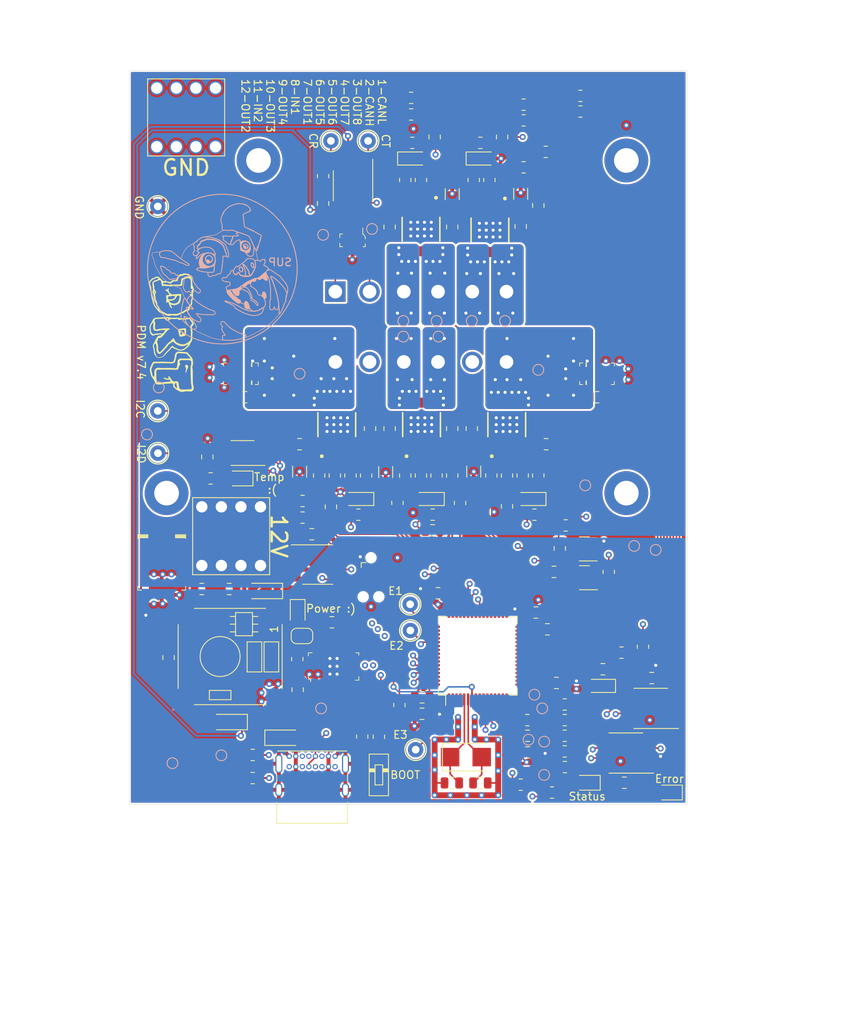
<source format=kicad_pcb>
(kicad_pcb (version 20240108) (generator "pcbnew") (generator_version "8.0")
  (title_block (date "2020-11-03") (rev "v3"))
  (layers (0 "F.Cu" signal) (1 "In1.Cu" signal) (2 "In2.Cu" signal) (31 "B.Cu" signal) (34 "B.Paste" user) (35 "F.Paste" user) (36 "B.SilkS" user "B.Silkscreen") (37 "F.SilkS" user "F.Silkscreen") (38 "B.Mask" user) (39 "F.Mask" user) (44 "Edge.Cuts" user))
  (net 0 "")
  (net 1 "GND")
  (net 2 "/HighCurrentDrivers/sheet5F5A40B9/IS")
  (net 3 "/HighCurrentDrivers/sheet5F5A40BA/IS")
  (net 4 "/MedCurrentDrivers/Sheet5F5A9674/IS")
  (net 5 "+12V")
  (net 6 "INPUT2")
  (net 7 "INPUT1")
  (net 8 "/MCU/SWO")
  (net 9 "/MCU/SWCLK")
  (net 10 "/MCU/SWDIO")
  (net 11 "/MCU/CAN_TX")
  (net 12 "/MCU/CAN_RX")
  (net 13 "PF_OUT7")
  (net 14 "PF_OUT8")
  (net 15 "PF_OUT1")
  (net 16 "PF_IS1")
  (net 17 "PF_OUT2")
  (net 18 "PF_IS2")
  (net 19 "PF_IS3_4")
  (net 20 "+3V3")
  (net 21 "CAN_H")
  (net 22 "CAN_L")
  (net 23 "PF_OUT6")
  (net 24 "PF_OUT5")
  (net 25 "PF_OUT4")
  (net 26 "PF_OUT3")
  (net 27 "PF_IN7")
  (net 28 "Net-(U10-GND)")
  (net 29 "PF_IN8")
  (net 30 "/MedCurrentDrivers/Sheet5F5A9675/IS")
  (net 31 "PF_IN1")
  (net 32 "PF_DEN1")
  (net 33 "PF_IN2")
  (net 34 "PF_DEN2")
  (net 35 "PF_IN3")
  (net 36 "PF_DEN3_4")
  (net 37 "PF_DSEL3_4")
  (net 38 "PF_IN4")
  (net 39 "PF_IN5")
  (net 40 "PF_IN6")
  (net 41 "Net-(U8-GND)")
  (net 42 "Net-(U9-GND)")
  (net 43 "Net-(U11-GND)")
  (net 44 "/MCU/NRST")
  (net 45 "+5V")
  (net 46 "/MCU/BATT_SENSE")
  (net 47 "Net-(D3-A)")
  (net 48 "I2C1_SCL")
  (net 49 "I2C1_SDA")
  (net 50 "IN_1")
  (net 51 "IN_2")
  (net 52 "Net-(D5-K)")
  (net 53 "Net-(D5-A)")
  (net 54 "Net-(D9-K)")
  (net 55 "Net-(D11-K)")
  (net 56 "Net-(D12-K)")
  (net 57 "Net-(U4-VDDA)")
  (net 58 "Net-(U4-BOOT0)")
  (net 59 "Net-(U7C--)")
  (net 60 "Net-(U8-IN)")
  (net 61 "Net-(U8-DEN)")
  (net 62 "Net-(U8-IS)")
  (net 63 "Net-(U9-IN)")
  (net 64 "Net-(U9-DEN)")
  (net 65 "Net-(U9-IS)")
  (net 66 "Net-(U11-IN0)")
  (net 67 "Net-(U11-DEN)")
  (net 68 "Net-(U11-DSEL)")
  (net 69 "Net-(U11-IN1)")
  (net 70 "Net-(U11-IS)")
  (net 71 "Net-(U13-GND)")
  (net 72 "/MedCurrentDrivers/Sheet5F5A9676/IS")
  (net 73 "Net-(D13-K)")
  (net 75 "Net-(D14-K)")
  (net 84 "Net-(U7B--)")
  (net 85 "Net-(SW1-B)")
  (net 86 "Net-(U7D--)")
  (net 87 "Net-(U10-IN0)")
  (net 88 "Net-(U10-DEN)")
  (net 89 "PF_DEN5_6")
  (net 90 "PF_DSEL5_6")
  (net 91 "Net-(U10-DSEL)")
  (net 92 "Net-(U10-IN1)")
  (net 93 "Net-(U10-IS)")
  (net 94 "PF_IS5_6")
  (net 95 "Net-(U13-IN0)")
  (net 96 "Net-(U13-DEN)")
  (net 97 "PF_DEN7_8")
  (net 98 "PF_DSEL7_8")
  (net 99 "Net-(U13-DSEL)")
  (net 100 "Net-(U13-IN1)")
  (net 101 "Net-(U13-IS)")
  (net 102 "PF_IS7_8")
  (net 103 "USB_D+")
  (net 104 "Net-(D15-A)")
  (net 105 "USB_VBUS")
  (net 106 "USB_D-")
  (net 113 "Net-(U4-PH0)")
  (net 114 "Net-(U4-PH1)")
  (net 115 "Net-(U4-VCAP_1)")
  (net 116 "Net-(U4-PC10)")
  (net 117 "Net-(U4-PC11)")
  (net 118 "Net-(U4-PC13)")
  (net 121 "Net-(D16-A)")
  (net 123 "Net-(JP1-B)")
  (net 127 "Net-(D18-A)")
  (net 129 "Net-(U12D--)")
  (net 130 "Net-(U12C--)")
  (net 131 "Net-(U4-PC0)")
  (net 132 "Net-(U4-PC1)")
  (net 133 "Net-(D17-A)")
  (net 135 "/MCU/CAN_STANDBY")
  (net 136 "Net-(J5-CC1)")
  (net 137 "Net-(J5-CC2)")
  (net 138 "Net-(D19-K)")
  (footprint "Resistor_SMD:R_0805_2012Metric" (layer "F.Cu") (at 11.176 19.304 -90)
    (property "Reference" "R14" (hide yes))
    (property "Value" "4.7K" (hide yes))
  )
  (footprint "Resistor_SMD:R_0805_2012Metric" (layer "F.Cu") (at 15.24 19.304 90)
    (property "Reference" "R17" (hide yes))
    (property "Value" "4.7K" (hide yes))
  )
  (footprint "Package_SO:SOIC-8_3.9x4.9mm_P1.27mm" (layer "F.Cu") (at -13.397 30.861)
    (property "Reference" "U5" (hide yes))
    (property "Value" "MB85RC256V" (hide yes))
  )
  (footprint "Crystals_Modify:Crystal_SMD_5032-2Pin_5.0x3.2mm_HandSoldering" (layer "F.Cu") (at 5.842 55.8546)
    (property "Reference" "Y1" (hide yes))
    (property "Value" "8mHz" (hide yes))
  )
  (footprint "Capacitor_SMD:C_0805_2012Metric" (layer "F.Cu") (at -22.86 9.144)
    (property "Reference" "C28" (hide yes))
    (property "Value" "10nF" (hide yes))
  )
  (footprint "Capacitor_SMD:C_0805_2012Metric" (layer "F.Cu") (at -11.684 23.368 -90)
    (property "Reference" "C29" (hide yes))
    (property "Value" "220pF" (hide yes))
  )
  (footprint "Capacitor_SMD:C_0805_2012Metric" (layer "F.Cu") (at -4.064 13.208 90)
    (property "Reference" "C30" (hide yes))
    (property "Value" "47nF" (hide yes))
  )
  (footprint "Capacitor_SMD:C_0805_2012Metric" (layer "F.Cu") (at 1.524 26.416 180)
    (property "Reference" "C32" (hide yes))
    (property "Value" "220pF" (hide yes))
  )
  (footprint "Capacitor_SMD:C_0805_2012Metric" (layer "F.Cu") (at 22.86 9.144 180)
    (property "Reference" "C24" (hide yes))
    (property "Value" "10nF" (hide yes))
  )
  (footprint "Capacitor_SMD:C_0805_2012Metric" (layer "F.Cu") (at 11.176 23.302 -90)
    (property "Reference" "C25" (hide yes))
    (property "Value" "220pF" (hide yes))
  )
  (footprint "Capacitor_SMD:C_0805_2012Metric" (layer "F.Cu") (at -15.748 15.24)
    (property "Reference" "C26" (hide yes))
    (property "Value" "47nF" (hide yes))
  )
  (footprint "Capacitor_SMD:C_0805_2012Metric" (layer "F.Cu") (at 17.272 31.811 180)
    (property "Reference" "C19" (hide yes))
    (property "Value" "10nF" (hide yes))
  )
  (footprint "RedCube:M6_Hole_8Pin_7461084" (layer "F.Cu") (at -24.638 27.178)
    (property "Reference" "J1" (hide yes))
    (property "Value" "RedCubeTerminal" (hide yes))
  )
  (footprint "Resistor_SMD:R_0805_2012Metric" (layer "F.Cu") (at 4.064 19.304 90)
    (property "Reference" "R28" (hide yes))
    (property "Value" "4.7K" (hide yes))
  )
  (footprint "Resistor_SMD:R_0805_2012Metric" (layer "F.Cu") (at 5.08 22.86 -90)
    (property "Reference" "R29" (hide yes))
    (property "Value" "4.7K" (hide yes))
  )
  (footprint "Resistor_SMD:R_0805_2012Metric" (layer "F.Cu") (at 0 19.304 -90)
    (property "Reference" "R30" (hide yes))
    (property "Value" "1.2K" (hide yes))
  )
  (footprint "Resistor_SMD:R_1206_3216Metric" (layer "F.Cu") (at -4.572 18.8575 90)
    (property "Reference" "R31" (hide yes))
    (property "Value" "47R 1/4W" (hide yes))
  )
  (footprint "Resistor_SMD:R_0805_2012Metric" (layer "F.Cu") (at 2.032 19.304 90)
    (property "Reference" "R32" (hide yes))
    (property "Value" "4.7K" (hide yes))
  )
  (footprint "Resistor_SMD:R_0805_2012Metric" (layer "F.Cu") (at 1.524 24.384)
    (property "Reference" "R33" (hide yes))
    (property "Value" "4.7K" (hide yes))
  )
  (footprint "Resistor_SMD:R_0805_2012Metric" (layer "F.Cu") (at 18.796 25.781)
    (property "Reference" "R9" (hide yes))
    (property "Value" "4.7K" (hide yes))
  )
  (footprint "Package_SO:TSSOP-14_4.4x5mm_P0.65mm" (layer "F.Cu") (at 29.845 49.53 180)
    (property "Reference" "U12" (hide yes))
    (property "Value" "LM324" (hide yes))
  )
  (footprint "Capacitor_SMD:C_0805_2012Metric" (layer "F.Cu") (at 14.9352 37.084)
    (property "Reference" "C11" (hide yes))
    (property "Value" "100nF" (hide yes))
  )
  (footprint "Package_SO:MSOP-8_3x3mm_P0.65mm" (layer "F.Cu") (at -23.1625 16.383 180)
    (property "Reference" "U6" (hide yes))
    (property "Value" "MCP9808" (hide yes))
  )
  (footprint "Capacitor_SMD:C_0805_2012Metric" (layer "F.Cu") (at 23.622 44.45 180)
    (property "Reference" "C1" (hide yes))
    (property "Value" "100nF" (hide yes))
  )
  (footprint "Diode_SMD:D_SOD-323_HandSoldering" (layer "F.Cu") (at 23.368 46.609 180)
    (property "Reference" "D1" (hide yes))
    (property "Value" "3.3V" (hide yes))
  )
  (footprint "Resistor_SMD:R_0805_2012Metric" (layer "F.Cu") (at 28.829 41.529 -90)
    (property "Reference" "R1" (hide yes))
    (property "Value" "47K" (hide yes))
  )
  (footprint "Resistor_SMD:R_0805_2012Metric" (layer "F.Cu") (at 26.035 42.291 180)
    (property "Reference" "R2" (hide yes))
    (property "Value" "4.7K" (hide yes))
  )
  (footprint "Capacitor_SMD:C_0805_2012Metric" (layer "F.Cu") (at -6.604 13.208 90)
    (property "Reference" "C27" (hide yes))
    (property "Value" "100nF" (hide yes))
  )
  (footprint "Capacitor_SMD:C_0805_2012Metric" (layer "F.Cu") (at 4.064 13.208 90)
    (property "Reference" "C31" (hide yes))
    (property "Value" "100nF" (hide yes))
  )
  (footprint "Profet:TDSO-14" (layer "F.Cu") (at 11.1448 12.7 90)
    (property "Reference" "U8" (hide yes))
    (property "Value" "BTS700n-1EPP" (hide yes))
  )
  (footprint "Capacitor_SMD:C_0805_2012Metric" (layer "F.Cu") (at 6.604 13.208 90)
    (property "Reference" "C22" (hide yes))
    (property "Value" "47nF" (hide yes))
  )
  (footprint "Capacitor_SMD:C_0805_2012Metric" (layer "F.Cu") (at 16.256 15.24 180)
    (property "Reference" "C23" (hide yes))
    (property "Value" "100nF" (hide yes))
  )
  (footprint "Resistor_SMD:R_0805_2012Metric" (layer "F.Cu") (at -9.144 19.304 -90)
    (property "Reference" "R21" (hide yes))
    (property "Value" "1.2K" (hide yes))
  )
  (footprint "MountingHole:MountingHole_3.2mm_M3_ISO7380_Pad" (layer "F.Cu") (at -33.02 21.59)
    (property "Reference" "H1" (hide yes))
    (property "Value" "M3")
  )
  (footprint "Resistor_SMD:R_0805_2012Metric" (layer "F.Cu") (at 13.8195 51.054 180)
    (property "Reference" "FB1" (hide yes))
    (property "Value" "Ferrite_Bead_Small" (hide yes))
  )
  (footprint "Capacitor_SMD:C_0805_2012Metric" (layer "F.Cu") (at -12.7 -16.002 90)
    (property "Reference" "C9" (hide yes))
    (property "Value" "100nF" (hide yes))
  )
  (footprint "MountingHole:MountingHole_3.2mm_M3_ISO7380_Pad" (layer "F.Cu") (at -21.082 -21.59)
    (property "Reference" "H3" (hide yes))
    (property "Value" "M3")
  )
  (footprint "Resistor_SMD:R_0805_2012Metric" (layer "F.Cu") (at 24.384 31.811 90)
    (property "Reference" "R10" (hide yes))
    (property "Value" "4.7K" (hide yes))
  )
  (footprint "Package_QFP:LQFP-64_10x10mm_P0.5mm" (layer "F.Cu") (at 7.378 42.6866 90)
    (property "Reference" "U4" (hide yes))
    (property "Value" "STM32F446RETx" (hide yes))
  )
  (footprint "Profet:TDSO-14" (layer "F.Cu") (at 0.082 12.7 90)
    (property "Reference" "U11" (hide yes))
    (property "Value" "BTS7008-2EPA" (hide yes))
  )
  (footprint "Capacitor_SMD:C_0805_2012Metric" (layer "F.Cu") (at 18.034 28.763 -90)
    (property "Reference" "C20" (hide yes))
    (property "Value" "10nF" (hide yes))
  )
  (footprint "Resistor_SMD:R_0805_2012Metric" (layer "F.Cu") (at 14.732 24.384)
    (property "Reference" "R18" (hide yes))
    (property "Value" "4.7K" (hide yes))
  )
  (footprint "TestPoint:TestPoint_Keystone_5000-5004_Miniature" (layer "F.Cu") (at -34.163 -15.621)
    (property "Reference" "TP1" (hide yes))
    (property "Value" "GND" (hide yes))
  )
  (footprint "Capacitor_SMD:C_0805_2012Metric" (layer "F.Cu") (at 13.843 55.245 180)
    (property "Reference" "C16" (hide yes))
    (property "Value" "1uF" (hide yes))
  )
  (footprint "Deutsch_DT:DT15-12PA" (layer "F.Cu") (at 0 0 -90)
    (property "Reference" "J3" (hide yes))
    (property "Value" "Conn_01x12" (hide yes))
  )
  (footprint "CUI_Regulators:VXO78x-500-M" (layer "F.Cu") (at -24.765 42.799 -90)
    (property "Reference" "U1" (hide yes))
    (property "Value" "VXO780x-500-M" (hide yes))
  )
  (footprint "Package_SO:SOIC-8_3.9x4.9mm_P1.27mm" (layer "F.Cu") (at -8.8138 -18.3022 -90)
    (property "Reference" "U3" (hide yes))
    (property "Value" "PCA82C250" (hide yes))
  )
  (footprint "Resistor_SMD:R_0805_2012Metric" (layer "F.Cu") (at -11.176 19.304 -90)
    (property "Reference" "R20" (hide yes))
    (property "Value" "4.7K" (hide yes))
  )
  (footprint "Capacitor_SMD:C_0805_2012Metric" (layer "F.Cu") (at -28.448 34.036)
    (property "Reference" "C2" (hide yes))
    (property "Value" "100nF" (hide yes))
  )
  (footprint "Capacitor_SMD:C_0805_2012Metric" (layer "F.Cu") (at -24.892 34.036 180)
    (property "Reference" "C3" (hide yes))
    (property "Value" "10uF" (hide yes))
  )
  (footprint "Capacitor_SMD:C_0805_2012Metric" (layer "F.Cu") (at -32.766 42.926 90)
    (property "Reference" "C4" (hide yes))
    (property "Value" "22uF" (hide yes))
  )
  (footprint "Capacitor_SMD:C_0805_2012Metric" (layer "F.Cu") (at -16.002 47.117 90)
    (property "Reference" "C5" (hide yes))
    (property "Value" "100nF" (hide yes))
  )
  (footprint "Capacitor_SMD:C_0805_2012Metric" (layer "F.Cu") (at -11.557 38.354 180)
    (property "Reference" "C6" (hide yes))
    (property "Value" "10uF" (hide yes))
  )
  (footprint "Capacitor_SMD:C_0805_2012Metric" (layer "F.Cu") (at 4.0132 59.2074 180)
    (property "Reference" "C7" (hide yes))
    (property "Value" "27pF" (hide yes))
  )
  (footprint "Capacitor_SMD:C_0805_2012Metric" (layer "F.Cu") (at 7.7216 59.2074)
    (property "Reference" "C8" (hide yes))
    (property "Value" "27pF" (hide yes))
  )
  (footprint "LED_SMD:LED_0805_2012Metric" (layer "F.Cu") (at -16.002 37.084 -90)
    (property "Reference" "D3" (hide yes))
    (property "Value" "GRN" (hide yes))
  )
  (footprint "digikey-footprints:SOT-23-3" (layer "F.Cu") (at -8.8748 -11.2212 -90)
    (property "Reference" "D4" (hide yes))
    (property "Value" "NUP2105LT1G" (hide yes))
  )
  (footprint "LED_SMD:LED_0805_2012Metric" (layer "F.Cu") (at -23.495 19.685 180)
    (property "Reference" "D5" (hide yes))
    (property "Value" "RED" (hide yes))
  )
  (footprint "Package_TO_SOT_SMD:SOT-23" (layer "F.Cu") (at 21.2344 32.573 180)
    (property "Reference" "D6" (hide yes))
    (property "Value" "BAT54S" (hide yes))
  )
  (footprint "Package_TO_SOT_SMD:SOT-23" (layer "F.Cu") (at 21.2113 28.829 180)
    (property "Reference" "D7" (hide yes))
    (property "Value" "BAT54S" (hide yes))
  )
  (footprint "Resistor_SMD:R_0805_2012Metric" (layer "F.Cu") (at -15.367 22.606 180)
    (property "Reference" "R6" (hide yes))
    (property "Value" "10K" (hide yes))
  )
  (footprint "Resistor_SMD:R_0805_2012Metric" (layer "F.Cu") (at -15.367 24.765 180)
    (property "Reference" "R7" (hide yes))
    (property "Value" "10K" (hide yes))
  )
  (footprint "Resistor_SMD:R_0805_2012Metric" (layer "F.Cu") (at -27.305 19.685 180)
    (property "Reference" "R8" (hide yes))
    (property "Value" "120R" (hide yes))
  )
  (footprint "DRTLogo:DRTLogo" (layer "F.Cu") (at -32.4104 0.762 -90)
    (property "Reference" "G1" (hide yes))
    (property "Value" "DRT_Logo" (hide yes))
  )
  (footprint "Capacitor_SMD:C_0805_2012Metric" (layer "F.Cu") (at 0.1556 48.0968 180)
    (property "Reference" "C12" (hide yes))
    (property "Value" "100nF" (hide yes))
  )
  (footprint "Resistor_SMD:R_0805_2012Metric" (layer "F.Cu") (at -2.032 19.304 -90)
    (property "Reference" "R27" (hide yes))
    (property "Value" "4.7K" (hide yes))
  )
  (footprint "Resistor_SMD:R_0805_2012Metric" (layer "F.Cu") (at -3.048 22.86 -90)
    (property "Reference" "R26" (hide yes))
    (property "Value" "4.7K" (hide yes))
  )
  (footprint "Resistor_SMD:R_0805_2012Metric" (layer "F.Cu") (at 0 -19.05 90)
    (property "Reference" "R47" (hide yes))
    (property "Value" "1.2K" (hide yes))
  )
  (footprint "Capacitor_SMD:C_0805_2012Metric" (layer "F.Cu") (at 15.24 -15.748 -90)
    (property "Reference" "C33" (hide yes))
    (property "Value" "100nF" (hide yes))
  )
  (footprint "digikey-footprints:DO-214AC" (layer "F.Cu") (at -23.368 6.096 180)
    (property "Reference" "D10" (hide yes))
    (property "Value" "BYG23M" (hide yes))
  )
  (footprint "Diode_SMD:D_SOD-323_HandSoldering" (layer "F.Cu") (at 14.224 22.352 180)
    (property "Reference" "D9" (hide yes))
    (property "Value" "3.3V" (hide yes))
  )
  (footprint "Capacitor_SMD:C_0805_2012Metric" (layer "F.Cu") (at 0.1404 50.2304 180)
    (property "Reference" "C14" (hide yes))
    (property "Value" "4.7uF" (hide yes))
  )
  (footprint "Profet:TDSO-14" (layer "F.Cu") (at 8.9604 -12.5528 -90)
    (property "Reference" "U10" (hide yes))
    (property "Value" "BTS7008-2EPA" (hide yes))
  )
  (footprint "Diode_SMD:D_SOD-323_HandSoldering" (layer "F.Cu") (at 1.016 22.352 180)
    (property "Reference" "D12" (hide yes))
    (property "Value" "3.3V" (hide yes))
  )
  (footprint "LED_SMD:LED_0805_2012Metric" (layer "F.Cu") (at 21.59 59.182 180)
    (property "Reference" "D17" (hide yes))
    (property "Value" "GRN" (hide yes))
  )
  (footprint "Connector_USB:USB_C_Receptacle_GCT_USB4085" (layer "F.Cu") (at -17.0974 55.7412)
    (property "Reference" "J5" (hide yes))
    (property "Value" "USB_C_Receptacle_USB2.0" (hide yes))
  )
  (footprint "Resistor_SMD:R_0805_2012Metric" (layer "F.Cu") (at 16.2052 -22.7076)
    (property "Reference" "R35" (hide yes))
    (property "Value" "4.7K" (hide yes))
  )
  (footprint "TestPoint:TestPoint_Keystone_5000-5004_Miniature" (layer "F.Cu") (at -0.6858 54.8894)
    (property "Reference" "TP10" (hide yes))
    (property "Value" "E3")
  )
  (footprint "Capacitor_SMD:C_0805_2012Metric" (layer "F.Cu") (at 17.587 46.228)
    (property "Reference" "C39" (hide yes))
    (property "Value" "100nF" (hide yes))
  )
  (footprint "Resistor_SMD:R_0805_2012Metric" (layer "F.Cu") (at 13.208 19.304 -90)
    (property "Reference" "R15" (hide yes))
    (property "Value" "1.2K" (hide yes))
  )
  (footprint "Resistor_SMD:R_0805_2012Metric" (layer "F.Cu") (at 7.7235 -23.876 180)
    (property "Reference" "R41" (hide yes))
    (property "Value" "4.7K" (hide yes))
  )
  (footprint "Resistor_SMD:R_0805_2012Metric" (layer "F.Cu") (at -12.7 -19.558 -90)
    (property "Reference" "R5" (hide yes))
    (property "Value" "1K" (hide yes))
  )
  (footprint "TestPoint:TestPoint_Keystone_5000-5004_Miniature" (layer "F.Cu") (at -34.1376 16.4084)
    (property "Reference" "TP6" (hide yes))
    (property "Value" "I2C1_SDA" (hide yes))
  )
  (footprint "Profet:TDSO-14" (layer "F.Cu") (at 0.0104 -12.6544 -90)
    (property "Reference" "U13" (hide yes))
    (property "Value" "BTS7008-2EPA" (hide yes))
  )
  (footprint "Resistor_SMD:R_0805_2012Metric" (layer "F.Cu") (at 8.89 -19.05 90)
    (property "Reference" "R38" (hide yes))
    (property "Value" "1.2K" (hide yes))
  )
  (footprint "Resistor_SMD:R_1206_3216Metric" (layer "F.Cu") (at 12.954 -17.272 -90)
    (property "Reference" "R39" (hide yes))
    (property "Value" "47R 1/4W" (hide yes))
  )
  (footprint "Resistor_SMD:R_0805_2012Metric" (layer "F.Cu") (at -7.62 53.1895 90)
    (property "Reference" "R56" (hide yes))
    (property "Value" "4.7K" (hide yes))
  )
  (footprint "Resistor_SMD:R_0805_2012Metric" (layer "F.Cu") (at 18.669 49.022)
    (property "Reference" "R51" (hide yes))
    (property "Value" "120R" (hide yes))
  )
  (footprint "Resistor_SMD:R_0805_2012Metric" (layer "F.Cu") (at -21.844 55.5752 180)
    (property "Reference" "R55" (hide yes))
    (property "Value" "5.1K" (hide yes))
  )
  (footprint "TestPoint:TestPoint_Keystone_5000-5004_Miniature" (layer "F.Cu") (at -34.163 10.922)
    (property "Reference" "TP5" (hide yes))
    (property "Value" "I2C1_SCL" (hide yes))
  )
  (footprint "Resistor_SMD:R_0805_2012Metric" (layer "F.Cu") (at -1.27 -27.559 180)
    (property "Reference" "R45" (hide yes))
    (property "Value" "4.7K" (hide yes))
  )
  (footprint "Capacitor_SMD:C_0805_2012Metric" (layer "F.Cu") (at 26.416 59.182)
    (property "Reference" "C21" (hide yes))
    (property "Value" "100nF" (hide yes))
  )
  (footprint "TestPoint:TestPoint_Keystone_5000-5004_Miniature" (layer "F.Cu") (at -11.684 -24.13)
    (property "Reference" "TP3" (hide yes))
    (property "Value" "CAN_R" (hide yes))
  )
  (footprint "Capacitor_SMD:C_0805_2012Metric" (layer "F.Cu") (at -14.158 26.924 180)
    (property "Reference" "C17" (hide yes))
    (property "Value" "100nF" (hide yes))
  )
  (footprint "Jumper:SolderJumper-2_P1.3mm_Bridged_RoundedPad1.0x1.5mm" (layer "F.Cu") (at -15.4432 40.132)
    (property "Reference" "JP1" (hide yes))
    (property "Value" "PowerLED_Jumper" (hide yes))
  )
  (footprint "Capacitor_SMD:C_0805_2012Metric" (layer "F.Cu") (at 10.541 -24.638 -90)
    (property "Reference" "C34" (hide yes))
    (property "Value" "220pF" (hide yes))
  )
  (footprint "Capacitor_SMD:C_0805_2012Metric" (layer "F.Cu") (at -27.7345 16.891 90)
    (property "Reference" "C18" (hide yes))
    (property "Value" "1uF" (hide yes))
  )
  (footprint "Diode_SMD:D_SOD-323_HandSoldering" (layer "F.Cu") (at -1.016 -21.844)
    (property "Reference" "D14" (hide yes))
    (property "Value" "3.3V" (hide yes))
  )
  (footprint "Resistor_SMD:R_1206_3216Metric" (layer "F.Cu") (at 4.064 -17.2105 -90)
    (property "Reference" "R48" (hide yes))
    (property "Value" "47R 1/4W" (hide yes))
  )
  (footprint "digikey-footprints:DO-214AC" (layer "F.Cu") (at 22.86 6.096)
    (property "Reference" "D8" (hide yes))
    (property "Value" "BYG23M" (hide yes))
  )
  (footprint "Resistor_SMD:R_0805_2012Metric" (layer "F.Cu") (at -2.032 -19.05 -90)
    (property "Reference" "R49" (hide yes))
    (property "Value" "4.7K" (hide yes))
  )
  (footprint "Resistor_SMD:R_0805_2012Metric" (layer "F.Cu") (at -2.794 49.0982 90)
    (property "Reference" "R4" (hide yes))
    (property "Value" "10K" (hide yes))
  )
  (footprint "LED_SMD:LED_0805_2012Metric" (layer "F.Cu") (at 32.258 60.452 180)
    (property "Reference" "D16" (hide yes))
    (property "Value" "RED" (hide yes))
  )
  (footprint "Resistor_SMD:R_0805_2012Metric" (layer "F.Cu") (at 13.335 -26.797 180)
    (property "Reference" "R36" (hide yes))
    (property "Value" "4.7K" (hide yes))
  )
  (footprint "Resistor_SMD:R_0805_2012Metric" (layer "F.Cu") (at 18.669 53.086)
    (property "Reference" "R11" (hide yes))
    (property "Value" "120R" (hide yes))
  )
  (footprint "Capacitor_SMD:C_0805_2012Metric" (layer "F.Cu") (at 4.064 -12.954 -90)
    (property "Reference" "C35" (hide yes))
    (property "Value" "47nF" (hide yes))
  )
  (footprint "digikey-footprints:SOT-223" (layer "F.Cu") (at -11.3386 44.094)
    (property "Reference" "U2" (hide yes))
    (property "Value" "LD1117S33CTR" (hide yes))
  )
  (footprint "Resistor_SMD:R_1206_3216Metric" (layer "F.Cu") (at -15.748 18.796 90)
    (property "Reference" "R22" (hide yes))
    (property "Value" "47R 1/4W" (hide yes))
  )
  (footprint "Resistor_SMD:R_0805_2012Metric" (layer "F.Cu") (at -13.208 19.304 -90)
    (property "Reference" "R19" (hide yes))
    (property "Value" "4.7K" (hide yes))
  )
  (footprint "TestPoint:TestPoint_Keystone_5000-5004_Miniature" (layer "F.Cu") (at -6.858 -24.13)
    (property "Reference" "TP2" (hide yes))
    (property "Value" "CAN_T" (hide yes))
  )
  (footprint "Diode_SMD:D_SOD-323_HandSoldering" (layer "F.Cu") (at 7.874 -21.844)
    (property "Reference" "D13" (hide yes))
    (property "Value" "3.3V" (hide yes))
  )
  (footprint "Diode_SMD:D_SOD-123" (layer "F.Cu") (at -17.906 53.34)
    (property "Reference" "D15" (hide yes))
    (property "Value" "Schottky" (hide yes))
  )
  (footprint "TestPoint:TestPoint_Keystone_5000-5004_Miniature" (layer "F.Cu") (at -1.397 36.0172)
    (property "Reference" "TP8" (hide yes))
    (property "Value" "E1")
  )
  (footprint "Capacitor_SMD:C_0805_2012Metric" (layer "F.Cu") (at -4.064 -12.954 -90)
    (property "Reference" "C36" (hide yes))
    (property "Value" "100nF" (hide yes))
  )
  (footprint "Capacitor_SMD:C_0805_2012Metric" (layer "F.Cu") (at 13.843 53.086 180)
    (property "Reference" "C15" (hide yes))
    (property "Value" "100nF" (hide yes))
  )
  (footprint "Resistor_SMD:R_0805_2012Metric" (layer "F.Cu") (at 13.335 -20.701)
    (property "Reference" "R34" (hide yes))
    (property "Value" "4.7K" (hide yes))
  )
  (footprint "Resistor_SMD:R_0805_2012Metric" (layer "F.Cu") (at -16.0528 43.1292 -90)
    (property "Reference" "R3" (hide yes))
    (property "Value" "120R" (hide yes))
  )
  (footprint "Resistor_SMD:R_0805_2012Metric" (layer "F.Cu") (at 20.701 -29.972)
    (property "Reference" "R44" (hide yes))
    (property "Value" "4.7K" (hide yes))
  )
  (footprint "Capacitor_SMD:C_0805_2012Metric" (layer "F.Cu") (at 12.954 -13.02 -90)
    (property "Reference" "C10" (hide yes))
    (property "Value" "47nF" (hide yes))
  )
  (footprint "Resistor_SMD:R_0805_2012Metric" (layer "F.Cu") (at -8.128 24.384)
    (property "Reference" "R24" (hide yes))
    (property "Value" "4.7K" (hide yes))
  )
  (footprint "Capacitor_SMD:C_0805_2012Metric" (layer "F.Cu") (at 1.778 -24.638 -90)
    (property "Reference" "C37" (hide yes))
    (property "Value" "220pF" (hide yes))
  )
  (footprint "MountingHole:MountingHole_3.2mm_M3_ISO7380_Pad" (layer "F.Cu") (at 26.67 -21.59)
    (property "Reference" "H2" (hide yes))
    (property "Value" "M3")
  )
  (footprint "Profet:TDSO-14" (layer "F.Cu") (at -10.922 12.7 90)
    (property "Reference" "U9" (hide yes))
    (property "Value" "BTS700n-1EPP" (hide yes))
  )
  (footprint "Resistor_SMD:R_0805_2012Metric" (layer "F.Cu") (at 6.858 -19.05 -90)
    (property "Reference" "R40" (hide yes))
    (property "Value" "4.7K" (hide yes))
  )
  (footprint "digikey-footprints:DO-214AB_TVS" (layer "F.Cu") (at -33.655 30.586 -90)
    (property "Reference" "D2" (hide yes))
    (property "Value" "SMCJ20CA" (hide yes))
  )
  (footprint "SlideSwitch:CJS-1200TB" (layer "F.Cu") (at -5.461 58.166 90)
    (property "Reference" "SW1" (hide yes))
    (property "Value" "BOOT")
  )
  (footprint "Capacitor_SMD:C_0805_2012Metric" (layer "F.Cu") (at 29.972 45.593)
    (property "Reference" "C40" (hide yes))
    (property "Value" "100nF" (hide yes))
  )
  (footprint "Resistor_SMD:R_0805_2012Metric" (layer "F.Cu") (at 18.6925 57.15)
    (property "Reference" "R12" (hide yes))
    (property "Value" "120R" (hide yes))
  )
  (footprint "Resistor_SMD:R_0805_2012Metric" (layer "F.Cu") (at 17.018 60.452)
    (property "Reference" "R52" (hide yes))
    (property "Value" "120R" (hide yes))
  )
  (footprint "TestPoint:TestPoint_Keystone_5000-5004_Miniature" (layer "F.Cu") (at -1.3716 39.4208)
    (property "Reference" "TP9" (hide yes))
    (property "Value" "E2")
  )
  (footprint "Resistor_SMD:R_0805_2012Metric" (layer "F.Cu") (at 18.669 51.054)
    (property "Reference" "R42" (hide yes))
    (property "Value" "120R" (hide yes))
  )
  (footprint "Resistor_SMD:R_0805_2012Metric" (layer "F.Cu") (at -1.1195 -23.876 180)
    (property "Reference" "R50" (hide yes))
    (property "Value" "4.7K" (hide yes))
  )
  (footprint "Diode_SMD:D_SOD-123" (layer "F.Cu") (at -24.892 51.308 180)
    (property "Reference" "D18" (hide yes))
    (property "Value" "Schottky" (hide yes))
  )
  (footprint "Resistor_SMD:R_0805_2012Metric" (layer "F.Cu") (at -1.27 -29.718)
    (property "Reference" "R46" (hide yes))
    (property "Value" "4.7K" (hide yes))
  )
  (footprint "Resistor_SMD:R_0805_2012Metric" (layer "F.Cu") (at 13.335 -28.829)
    (property "Reference" "R37" (hide yes))
    (property "Value" "4.7K" (hide yes))
  )
  (footprint "Capacitor_SMD:C_0805_2012Metric" (layer "F.Cu") (at 2.2232 34.584)
    (property "Reference" "C13" (hide yes))
    (property "Value" "100nF" (hide yes))
  )
  (footprint "Resistor_SMD:R_0805_2012Metric" (layer "F.Cu") (at 9.144 19.304 -90)
    (property "Reference" "R13" (hide yes))
    (property "Value" "4.7K" (hide yes))
  )
  (footprint "Resistor_SMD:R_0805_2012Metric" (layer "F.Cu") (at 12.954 59.436)
    (property "Reference" "R53" (hide yes))
    (property "Value" "120R" (hide yes))
  )
  (footprint "Resistor_SMD:R_1206_3216Metric" (layer "F.Cu") (at 6.858 18.796 90)
    (property "Reference" "R16" (hide yes))
    (property "Value" "47R 1/4W" (hide yes))
  )
  (footprint "MountingHole:MountingHole_3.2mm_M3_ISO7380_Pad" (layer "F.Cu") (at 26.67 21.59)
    (property "Reference" "H4" (hide yes))
    (property "Value" "M3")
  )
  (footprint "Resistor_SMD:R_0805_2012Metric" (layer "F.Cu") (at 18.669 55.118)
    (property "Reference" "R25" (hide yes))
    (property "Value" "120R" (hide yes))
  )
  (footprint "Diode_SMD:D_SOD-323_HandSoldering" (layer "F.Cu") (at -8.128 22.352 180)
    (property "Reference" "D11" (hide yes))
    (property "Value" "3.3V" (hide yes))
  )
  (footprint "Resistor_SMD:R_0805_2012Metric" (layer "F.Cu") (at 20.701 -27.94)
    (property "Reference" "R43" (hide yes))
    (property "Value" "4.7K" (hide yes))
  )
  (footprint "Resistor_SMD:R_0805_2012Metric" (layer "F.Cu") (at -21.8421 58.5724 180)
    (property "Reference" "R54" (hide yes))
    (property "Value" "5.1K" (hide yes))
  )
  (footprint "RedCube:M6_Hole_8Pin_7461084" (layer "F.Cu") (at -30.48 -27.178)
    (property "Reference" "J2" (hide yes))
    (property "Value" "RedCubeTerminal" (hide yes))
  )
  (footprint "Capacitor_SMD:C_0805_2012Metric" (layer "F.Cu") (at 16.4236 39.2684)
    (property "Reference" "C38" (hide yes))
    (property "Value" "4.7uF" (hide yes))
  )
  (footprint "Diode_SMD:D_SOD-123" (layer "F.Cu") (at -20.32 34.29 180)
    (property "Reference" "D19" (hide yes))
    (property "Value" "Schottky" (hide yes))
  )
  (footprint "Connector:Tag-Connect_TC2030-IDC-NL_2x03_P1.27mm_Vertical" (layer "F.Cu") (at -6.477 32.512 -90)
    (property "Reference" "J4" (hide yes))
    (property "Value" "TC" (hide yes))
  )
  (footprint "Resistor_SMD:R_0805_2012Metric" (layer "F.Cu") (at -5.461 53.213 -90)
    (property "Reference" "R57" (hide yes))
    (property "Value" "10K" (hide yes))
  )
  (footprint "Package_SO:TSSOP-14_4.4x5mm_P0.65mm" (layer "F.Cu") (at 26.6115 55.327 180)
    (property "Reference" "U7" (hide yes))
    (property "Value" "LM324" (hide yes))
  )
  (footprint "Resistor_SMD:R_0805_2012Metric" (layer "F.Cu") (at -7.112 19.304 90)
    (property "Reference" "R23" (hide yes))
    (property "Value" "4.7K" (hide yes))
  )
  (footprint "DRTLogo:DingoFaceNoFill" (layer "B.Cu") (at -25.781 -7.493 180)
    (property "Reference" "G2" (hide yes))
    (property "Value" "DingoFace" (hide yes))
  )
  (footprint "TestPoint:TestPoint_Pad_D1.0mm" (layer "B.Cu") (at 21.336 20.574 180)
    (property "Reference" "TP15" (hide yes))
    (property "Value" "IN1" (hide yes))
  )
  (footprint "TestPoint:TestPoint_Pad_D1.0mm" (layer "B.Cu") (at 6.604 -0.762 180)
    (property "Reference" "TP18" (hide yes))
    (property "Value" "OUT6" (hide yes))
  )
  (footprint "TestPoint:TestPoint_Pad_D1.0mm" (layer "B.Cu") (at -32.258 56.642 180)
    (property "Reference" "TP24" (hide yes))
    (property "Value" "GND" (hide yes))
  )
  (footprint "TestPoint:TestPoint_Pad_D1.0mm" (layer "B.Cu") (at 10.922 -0.762 180)
    (property "Reference" "TP17" (hide yes))
    (property "Value" "OUT5" (hide yes))
  )
  (footprint "TestPoint:TestPoint_Pad_D1.0mm" (layer "B.Cu") (at 2.286 1.27 180)
    (property "Reference" "TP14" (hide yes))
    (property "Value" "OUT4" (hide yes))
  )
  (footprint "TestPoint:TestPoint_Pad_D1.0mm" (layer "B.Cu") (at -15.748 6.096 180)
    (property "Reference" "TP11" (hide yes))
    (property "Value" "OUT2" (hide yes))
  )
  (footprint "TestPoint:TestPoint_Pad_D1.0mm" (layer "B.Cu") (at 15.748 49.53 180)
    (property "Reference" "TP30" (hide yes))
    (property "Value" "IS5_6" (hide yes))
  )
  (footprint "TestPoint:TestPoint_Pad_D1.0mm" (layer "B.Cu") (at -34.036 7.874 180)
    (property "Reference" "TP25" (hide yes))
    (property "Value" "I2C1_SCL" (hide yes))
  )
  (footprint "TestPoint:TestPoint_Pad_D1.0mm" (layer "B.Cu") (at 13.97 53.594 180)
    (property "Reference" "TP27" (hide yes))
    (property "Value" "IS1" (hide yes))
  )
  (footprint "TestPoint:TestPoint_Pad_D1.0mm" (layer "B.Cu") (at 16.002 58.166 180)
    (property "Reference" "TP28" (hide yes))
    (property "Value" "IS2" (hide yes))
  )
  (footprint "TestPoint:TestPoint_Pad_D1.0mm" (layer "B.Cu") (at 27.686 28.448 180)
    (property "Reference" "TP12" (hide yes))
    (property "Value" "IN2" (hide yes))
  )
  (footprint "TestPoint:TestPoint_Pad_D1.0mm" (layer "B.Cu") (at 30.48 28.956 180)
    (property "Reference" "TP23" (hide yes))
    (property "Value" "12V" (hide yes))
  )
  (footprint "TestPoint:TestPoint_Pad_D1.0mm" (layer "B.Cu") (at -12.954 49.53 180)
    (property "Reference" "TP7" (hide yes))
    (property "Value" "3.3V" (hide yes))
  )
  (footprint "TestPoint:TestPoint_Pad_D1.0mm" (layer "B.Cu") (at -35.56 13.97 180)
    (property "Reference" "TP26" (hide yes))
    (property "Value" "I2C1_SDA" (hide yes))
  )
  (footprint "TestPoint:TestPoint_Pad_D1.0mm" (layer "B.Cu") (at 2.032 -0.762 180)
    (property "Reference" "TP19" (hide yes))
    (property "Value" "OUT7" (hide yes))
  )
  (footprint "TestPoint:TestPoint_Pad_D1.0mm" (layer "B.Cu") (at -2.286 1.27 180)
    (property "Reference" "TP13" (hide yes))
    (property "Value" "OUT3" (hide yes))
  )
  (footprint "TestPoint:TestPoint_Pad_D1.0mm" (layer "B.Cu") (at 14.732 47.752 180)
    (property "Reference" "TP31" (hide yes))
    (property "Value" "IS7_8" (hide yes))
  )
  (footprint "TestPoint:TestPoint_Pad_D1.0mm" (layer "B.Cu") (at 15.24 5.588 180)
    (property "Reference" "TP16" (hide yes))
    (property "Value" "OUT1" (hide yes))
  )
  (footprint "TestPoint:TestPoint_Pad_D1.0mm" (layer "B.Cu") (at -2.286 -0.762 180)
    (property "Reference" "TP20" (hide yes))
    (property "Value" "OUT8" (hide yes))
  )
  (footprint "TestPoint:TestPoint_Pad_D1.0mm" (layer "B.Cu") (at -25.908 55.626 180)
    (property "Reference" "TP4" (hide yes))
    (property "Value" "5V" (hide yes))
  )
  (footprint "TestPoint:TestPoint_Pad_D1.0mm" (layer "B.Cu") (at -12.7 -11.938 180)
    (property "Reference" "TP22" (hide yes))
    (property "Value" "CAN_L" (hide yes))
  )
  (footprint "TestPoint:TestPoint_Pad_D1.0mm" (layer "B.Cu") (at 16.002 53.848 180)
    (property "Reference" "TP29" (hide yes))
    (property "Value" "IS3_4" (hide yes))
  )
  (footprint "TestPoint:TestPoint_Pad_D1.0mm" (layer "B.Cu") (at -6.35 -12.7 180)
    (property "Reference" "TP21" (hide yes))
    (property "Value" "CAN_H" (hide yes))
  )
  (gr_rect (start -37.846 -33.274) (end 34.544 61.976) (stroke (width 0.05)) (fill none) (layer "Edge.Cuts"))
  (gr_text "SUP" (at -18.288 -8.382 0) (layer "B.SilkS") (effects (font (size 1.016 1.016) (thickness 0.1524)) (justify mirror)))
  (gr_text "Temp \n:(" (at -19.304 20.32 0) (layer "F.SilkS") (effects (font (size 1.016 1.016) (thickness 0.1524))))
  (gr_text "Power :)" (at -11.684 36.576 0) (layer "F.SilkS") (effects (font (size 1.016 1.016) (thickness 0.1524))))
  (gr_text "12V" (at -19.638 27.178 270) (layer "F.SilkS") (effects (font (size 2.032 2.032) (thickness 0.3048)) (justify bottom)))
  (gr_text "Status" (at 21.59 60.96 0) (layer "F.SilkS") (effects (font (size 1.016 1.016) (thickness 0.1524))))
  (gr_text "CT" (at -4.572 -24.13 -90) (layer "F.SilkS") (effects (font (size 1.016 1.016) (thickness 0.1524))))
  (gr_text "CR" (at -13.97 -24.13 -90) (layer "F.SilkS") (effects (font (size 1.016 1.016) (thickness 0.1524))))
  (gr_text "PDM v7.4" (at -36.322 3.302 270) (layer "F.SilkS") (effects (font (size 1.016 1.016) (thickness 0.1524))))
  (gr_text "GND" (at -36.576 -15.494 -90) (layer "F.SilkS") (effects (font (size 1.016 1.016) (thickness 0.1524))))
  (gr_text "I2C" (at -36.449 10.668 -90) (layer "F.SilkS") (effects (font (size 1.016 1.016) (thickness 0.1524))))
  (gr_text "GND" (at -30.48 -21.844 0) (layer "F.SilkS") (effects (font (size 2.032 2.032) (thickness 0.3048)) (justify top)))
  (gr_text "Error" (at 32.258 58.674 0) (layer "F.SilkS") (effects (font (size 1.016 1.016) (thickness 0.1524))))
  (gr_text "1-CANL\n2-CANH\n3-OUT8\n4-OUT7\n5-OUT6\n6-OUT5\n7-OUT1\n8-IN1\n9-OUT4\n10-OUT3\n11-IN2\n12-OUT2" (at -23.368 -32.258 270) (layer "F.SilkS") (effects (font (size 1 1)) (justify left bottom)))
  (gr_text "I2D" (at -36.322 16.51 -90) (layer "F.SilkS") (effects (font (size 1.016 1.016) (thickness 0.1524))))
  (segment (start 9.124 -21.844) (end 10.414 -21.844) (width 0.2032) (layer "F.Cu") (net 1))
  (segment (start -31.369 34.798) (end -32.903 34.798) (width 0.508) (layer "F.Cu") (net 1))
  (segment (start 4.128 37.0116) (end 4.128 35.5388) (width 0.2032) (layer "F.Cu") (net 1))
  (segment (start -0.8096 51.7874) (end -0.8382 51.816) (width 0.2032) (layer "F.Cu") (net 1))
  (segment (start -13.6386 47.244) (end -13.6386 45.3886) (width 0.508) (layer "F.Cu") (net 1))
  (segment (start -0.8096 50.2304) (end -0.8096 51.7874) (width 0.2032) (layer "F.Cu") (net 1))
  (segment (start 1.778 53.5686) (end 1.778 55.6006) (width 0.762) (layer "F.Cu") (net 1))
  (segment (start 12.893 55.692) (end 13.716 56.515) (width 0.2032) (layer "F.Cu") (net 1))
  (segment (start 14.478 38.823718) (end 14.478 38.4912) (width 0.2032) (layer "F.Cu") (net 1))
  (segment (start -7.112 33.782) (end -6.482688 34.411312) (width 0.2032) (layer "F.Cu") (net 1))
  (segment (start 10.033 55.6006) (end 10.033 53.5686) (width 0.762) (layer "F.Cu") (net 1))
  (segment (start -0.234 23.348) (end -1.016 24.13) (width 0.2032) (layer "F.Cu") (net 1))
  (segment (start 12.954 -17.399) (end 12.953997 -17.398997) (width 0.2032) (layer "F.Cu") (net 1))
  (segment (start 6.985 51.9176) (end 6.985 50.649214) (width 0.762) (layer "F.Cu") (net 1))
  (segment (start 1.778 59.1566) (end 1.778 60.8076) (width 0.762) (layer "F.Cu") (net 1))
  (segment (start 3.0632 59.2074) (end 1.8288 59.2074) (width 0.2032) (layer "F.Cu") (net 1))
  (segment (start 14.478 38.4912) (end 15.8852 37.084) (width 0.2032) (layer "F.Cu") (net 1))
  (segment (start -13.6386 45.3886) (end -13.3604 45.1104) (width 0.508) (layer "F.Cu") (net 1))
  (segment (start 10.033 59.1566) (end 10.033 57.6326) (width 0.762) (layer "F.Cu") (net 1))
  (segment (start 13.053 39.4366) (end 13.865118 39.4366) (width 0.2032) (layer "F.Cu") (net 1))
  (segment (start 8.6716 59.2074) (end 9.9822 59.2074) (width 0.2032) (layer "F.Cu") (net 1))
  (segment (start 4.064 -18.673) (end 4.064 -17.272) (width 0.2032) (layer "F.Cu") (net 1))
  (segment (start 19.431 46.228) (end 20.193 46.99) (width 0.2032) (layer "F.Cu") (net 1))
  (segment (start 17.5072 47.2578) (end 18.537 46.228) (width 0.2032) (layer "F.Cu") (net 1))
  (segment (start -19.685 46.355) (end -18.542 46.355) (width 0.508) (layer "F.Cu") (net 1))
  (segment (start 4.826 53.5686) (end 3.302 53.5686) (width 0.762) (layer "F.Cu") (net 1))
  (segment (start -8.8748 -10.1712) (end -8.8748 -8.7812) (width 0.25) (layer "F.Cu") (net 1))
  (segment (start 13.865118 39.4366) (end 14.478 38.823718) (width 0.2032) (layer "F.Cu") (net 1))
  (segment (start -9.378 22.352) (end -9.5504 22.352) (width 0.2032) (layer "F.Cu") (net 1))
  (segment (start -32.903 34.798) (end -33.665 34.036) (width 0.508) (layer "F.Cu") (net 1))
  (segment (start 12.974 20.4505) (end 13.208 20.2165) (width 0.2032) (layer "F.Cu") (net 1))
  (segment (start 1.703 45.9366) (end 0.890882 45.9366) (width 0.2032) (layer "F.Cu") (net 1))
  (segment (start 6.985 53.5686) (end 6.985 51.9176) (width 0.762) (layer "F.Cu") (net 1))
  (segment (start 14.835994 45.9366) (end 16.157194 47.2578) (width 0.2032) (layer "F.Cu") (net 1))
  (segment (start -9.5504 22.352) (end -10.4648 21.4376) (width 0.2032) (layer "F.Cu") (net 1))
  (segment (start -0.234 22.352) (end -0.234 23.348) (width 0.2032) (layer "F.Cu") (net 1))
  (segment (start 12.954 -18.7345) (end 12.954 -17.399) (width 0.2032) (layer "F.Cu") (net 1))
  (segment (start 7.874 60.8076) (end 10.033 60.8076) (width 0.762) (layer "F.Cu") (net 1))
  (segment (start 5.969 60.8076) (end 7.874 60.8076) (width 0.762) (layer "F.Cu") (net 1))
  (segment (start -13.3604 45.1104) (end -14.478 45.1104) (width 0.508) (layer "F.Cu") (net 1))
  (segment (start 1.8288 59.2074) (end 1.778 59.1566) (width 0.2032) (layer "F.Cu") (net 1))
  (segment (start 16.157194 47.2578) (end 17.5072 47.2578) (width 0.2032) (layer "F.Cu") (net 1))
  (segment (start -33.528 32.131) (end -32.385 32.131) (width 0.508) (layer "F.Cu") (net 1))
  (segment (start 3.81 60.8076) (end 5.969 60.8076) (width 0.762) (layer "F.Cu") (net 1))
  (segment (start 4.826 51.9176) (end 4.826 50.6476) (width 0.762) (layer "F.Cu") (net 1))
  (segment (start 12.974 22.352) (end 12.974 20.4505) (width 0.2032) (layer "F.Cu") (net 1))
  (segment (start 1.778 60.8076) (end 3.81 60.8076) (width 0.762) (layer "F.Cu") (net 1))
  (segment (start -4.572 20.32) (end -4.572 18.923) (width 0.2032) (layer "F.Cu") (net 1))
  (segment (start -0.234 22.352) (end -0.234 20.4505) (width 0.2032) (layer "F.Cu") (net 1))
  (segment (start 11.176 22.352) (end 9.4996 24.0284) (width 0.2032) (layer "F.Cu") (net 1))
  (segment (start 4.128 35.5388) (end 3.1732 34.584) (width 0.2032) (layer "F.Cu") (net 1))
  (segment (start -11.684 22.418) (end -11.4452 22.418) (width 0.2032) (layer "F.Cu") (net 1))
  (segment (start 9.128 48.3616) (end 9.128 49.397926) (width 0.2032) (layer "F.Cu") (net 1))
  (segment (start 8.509 53.5686) (end 6.985 53.5686) (width 0.762) (layer "F.Cu") (net 1))
  (segment (start 1.778 57.5056) (end 1.778 59.1566) (width 0.762) (layer "F.Cu") (net 1))
  (segment (start -20.701 48.641) (end -20.701 47.498) (width 0.508) (layer "F.Cu") (net 1))
  (segment (start -34.671 35.941) (end -33.528 35.941) (width 0.508) (layer "F.Cu") (net 1))
  (segment (start 10.033 53.5686) (end 8.509 53.5686) (width 0.762) (layer "F.Cu") (net 1))
  (segment (start -10.3651 21.4376) (end -9.144 20.2165) (width 0.2032) (layer "F.Cu") (net 1))
  (segment (start 1.778 55.6006) (end 1.778 57.5056) (width 0.762) (layer "F.Cu") (net 1))
  (segment (start -8.8748 -8.7812) (end -8.9408 -8.7152) (width 0.25) (layer "F.Cu") (net 1))
  (segment (start 12.816074 53.086) (end 12.893 53.086) (width 0.2032) (layer "F.Cu") (net 1))
  (segment (start 0.890882 45.9366) (end -0.7944 47.621882) (width 0.2032) (layer "F.Cu") (net 1))
  (segment (start -6.482688 34.411312) (end -6.482688 36.318713) (width 0.2032) (layer "F.Cu") (net 1))
  (segment (start 12.893 55.245) (end 12.893 55.692) (width 0.2032) (layer "F.Cu") (net 1))
  (segment (start -15.748 20.2585) (end -15.748 18.796) (width 0.2032) (layer "F.Cu") (net 1))
  (segment (start 18.537 46.228) (end 19.431 46.228) (width 0.2032) (layer "F.Cu") (net 1))
  (segment (start 4.826 51.9176) (end 4.826 53.5686) (width 0.762) (layer "F.Cu") (net 1))
  (segment (start 10.033 60.8076) (end 10.033 59.1566) (width 0.762) (layer "F.Cu") (net 1))
  (segment (start -34.671 32.131) (end -33.528 32.131) (width 0.508) (layer "F.Cu") (net 1))
  (segment (start 6.858 20.2585) (end 6.858 18.796) (width 0.2032) (layer "F.Cu") (net 1))
  (segment (start -0.7944 47.621882) (end -0.7944 48.0968) (width 0.2032) (layer "F.Cu") (net 1))
  (segment (start 9.9822 59.2074) (end 10.033 59.1566) (width 0.2032) (layer "F.Cu") (net 1))
  (segment (start 9.128 49.397926) (end 12.816074 53.086) (width 0.2032) (layer "F.Cu") (net 1))
  (segment (start 13.053 45.9366) (end 14.835994 45.9366) (width 0.2032) (layer "F.Cu") (net 1))
  (segment (start -0.234 20.4505) (end 0 20.2165) (width 0.2032) (layer "F.Cu") (net 1))
  (segment (start 10.033 57.6326) (end 10.033 55.6006) (width 0.762) (layer "F.Cu") (net 1))
  (segment (start 3.302 53.5686) (end 1.778 53.5686) (width 0.762) (layer "F.Cu") (net 1))
  (segment (start 6.985 50.649214) (end 6.984193 50.648407) (width 0.762) (layer "F.Cu") (net 1))
  (segment (start -11.4452 22.418) (end -10.4648 21.4376) (width 0.2032) (layer "F.Cu") (net 1))
  (segment (start -10.4648 21.4376) (end -10.3651 21.4376) (width 0.2032) (layer "F.Cu") (net 1))
  (via (at 6.985 51.9176) (size 0.8) (drill 0.4) (layers "F.Cu" "B.Cu") (net 1))
  (via (at 20.193 46.99) (size 0.8) (drill 0.4) (layers "F.Cu" "B.Cu") (net 1))
  (via (at 9.4996 24.028402) (size 0.8) (drill 0.4) (layers "F.Cu" "B.Cu") (net 1))
  (via (at -13.3604 45.1104) (size 0.8) (drill 0.4) (layers "F.Cu" "B.Cu") (net 1))
  (via (at 10.033 57.6326) (size 0.8) (drill 0.4) (layers "F.Cu" "B.Cu") (net 1))
  (via (at -34.671 32.131) (size 0.8) (drill 0.4) (layers "F.Cu" "B.Cu") (net 1))
  (via (at -27.432 6.604) (size 0.8) (drill 0.4) (layers "F.Cu" "B.Cu") (net 1))
  (via (at 10.414 -21.844) (size 0.8) (drill 0.4) (layers "F.Cu" "B.Cu") (net 1))
  (via (at 3.81 60.8076) (size 0.8) (drill 0.4) (layers "F.Cu" "B.Cu") (net 1))
  (via (at -0.8382 51.816) (size 0.8) (drill 0.4) (layers "F.Cu" "B.Cu") (net 1))
  (via (at -25.527 7.874) (size 0.8) (drill 0.4) (layers "F.Cu" "B.Cu") (net 1))
  (via (at -19.685 46.355) (size 0.8) (drill 0.4) (layers "F.Cu" "B.Cu") (net 1))
  (via (at -33.528 32.131) (size 0.8) (drill 0.4) (layers "F.Cu" "B.Cu") (net 1))
  (via (at 25.781 4.445) (size 0.8) (drill 0.4) (layers "F.Cu" "B.Cu") (net 1))
  (via (at 10.033 55.6006) (size 0.8) (drill 0.4) (layers "F.Cu" "B.Cu") (net 1))
  (via (at -3.048 29.972) (size 0.8) (drill 0.4) (layers "F.Cu" "B.Cu") (net 1))
  (via (at -10.4648 21.4376) (size 0.8) (drill 0.4) (layers "F.Cu" "B.Cu") (net 1))
  (via (at -20.701 47.498) (size 0.8) (drill 0.4) (layers "F.Cu" "B.Cu") (net 1))
  (via (at -18.542 46.355) (size 0.8) (drill 0.4) (layers "F.Cu" "B.Cu") (net 1))
  (via (at -33.528 35.941) (size 0.8) (drill 0.4) (layers "F.Cu" "B.Cu") (net 1))
  (via (at 26.924 6.858) (size 0.8) (drill 0.4) (layers "F.Cu" "B.Cu") (net 1))
  (via (at 4.826 50.6476) (size 0.8) (drill 0.4) (layers "F.Cu" "B.Cu") (net 1))
  (via (at 2.210607 36.041793) (size 0.8) (drill 0.4) (layers "F.Cu" "B.Cu") (net 1))
  (via (at 1.778 57.5056) (size 0.8) (drill 0.4) (layers "F.Cu" "B.Cu") (net 1))
  (via (at 6.985 53.5686) (size 0.8) (drill 0.4) (layers "F.Cu" "B.Cu") (net 1))
  (via (at 26.67 -26.162) (size 0.8) (drill 0.4) (layers "F.Cu" "B.Cu") (net 1))
  (via (at -31.369 34.798) (size 0.8) (drill 0.4) (layers "F.Cu" "B.Cu") (net 1))
  (via (at 10.033 53.5686) (size 0.8) (drill 0.4) (layers "F.Cu" "B.Cu") (net 1))
  (via (at -6.482688 36.318713) (size 0.8) (drill 0.4) (layers "F.Cu" "B.Cu") (net 1))
  (via (at -27.432 5.207) (size 0.8) (drill 0.4) (layers "F.Cu" "B.Cu") (net 1))
  (via (at 6.984193 50.648407) (size 0.8) (drill 0.4) (layers "F.Cu" "B.Cu") (net 1))
  (via (at -8.9154 -8.7152) (size 0.8) (drill 0.4) (layers "F.Cu" "B.Cu") (net 1))
  (via (at 1.778 53.5686) (size 0.8) (drill 0.4) (layers "F.Cu" "B.Cu") (net 1))
  (via (at 13.716 56.515) (size 0.8) (drill 0.4) (layers "F.Cu" "B.Cu") (net 1))
  (via (at -14.478 45.1104) (size 0.8) (drill 0.4) (layers "F.Cu" "B.Cu") (net 1))
  (via (at 12.953997 -17.398997) (size 0.8) (drill 0.4) (layers "F.Cu" "B.Cu") (net 1))
  (via (at -34.671 35.941) (size 0.8) (drill 0.4) (layers "F.Cu" "B.Cu") (net 1))
  (via (at -20.701 48.641) (size 0.8) (drill 0.4) (layers "F.Cu" "B.Cu") (net 1))
  (via (at 1.778 60.8076) (size 0.8) (drill 0.4) (layers "F.Cu" "B.Cu") (net 1))
  (via (at 4.064 -17.272) (size 0.8) (drill 0.4) (layers "F.Cu" "B.Cu") (net 1))
  (via (at -32.385 32.131) (size 0.8) (drill 0.4) (layers "F.Cu" "B.Cu") (net 1))
  (via (at 24.003 4.445) (size 0.8) (drill 0.4) (layers "F.Cu" "B.Cu") (net 1))
  (via (at -0.9652 -25.7048) (size 0.8) (drill 0.4) (layers "F.Cu" "B.Cu") (net 1))
  (via (at 4.826 53.5686) (size 0.8) (drill 0.4) (layers "F.Cu" "B.Cu") (net 1))
  (via (at -4.572 18.923) (size 0.8) (drill 0.4) (layers "F.Cu" "B.Cu") (net 1))
  (via (at -15.748 18.796) (size 0.8) (drill 0.4) (layers "F.Cu" "B.Cu") (net 1))
  (via (at 10.033 60.8076) (size 0.8) (drill 0.4) (layers "F.Cu" "B.Cu") (net 1))
  (via (at 4.826 51.9176) (size 0.8) (drill 0.4) (layers "F.Cu" "B.Cu") (net 1))
  (via (at -1.016 24.13) (size 0.8) (drill 0.4) (layers "F.Cu" "B.Cu") (net 1))
  (via (at 5.969 60.8076) (size 0.8) (drill 0.4) (layers "F.Cu" "B.Cu") (net 1))
  (via (at 8.509 53.5686) (size 0.8) (drill 0.4) (layers "F.Cu" "B.Cu") (net 1))
  (via (at 6.858 18.796) (size 0.8) (drill 0.4) (layers "F.Cu" "B.Cu") (net 1))
  (via (at 15.24 35.433) (size 0.8) (drill 0.4) (layers "F.Cu" "B.Cu") (net 1))
  (via (at 26.924 5.461) (size 0.8) (drill 0.4) (layers "F.Cu" "B.Cu") (net 1))
  (via (at -25.527 4.318) (size 0.8) (drill 0.4) (layers "F.Cu" "B.Cu") (net 1))
  (via (at 1.778 55.6006) (size 0.8) (drill 0.4) (layers "F.Cu" "B.Cu") (net 1))
  (via (at 25.908 56.388) (size 0.8) (drill 0.4) (layers "F.Cu" "B.Cu") (net 1))
  (via (at 3.302 53.5686) (size 0.8) (drill 0.4) (layers "F.Cu" "B.Cu") (net 1))
  (via (at 7.874 60.8076) (size 0.8) (drill 0.4) (layers "F.Cu" "B.Cu") (net 1))
  (via (at 29.718 51.054) (size 0.8) (drill 0.4) (layers "F.Cu" "B.Cu") (net 1))
  (via (at -27.686 14.478) (size 0.8) (drill 0.4) (layers "F.Cu" "B.Cu") (net 1))
  (segment (start 11.176 24.252) (end 13.6875 24.252) (width 0.2032) (layer "F.Cu") (net 2))
  (segment (start 31.055 54.677) (end 31.115 54.737) (width 0.2032) (layer "F.Cu") (net 2))
  (segment (start 13.8195 25.5505) (end 13.716 25.654) (width 0.2032) (layer "F.Cu") (net 2))
  (segment (start 13.8195 24.384) (end 13.8195 25.5505) (width 0.2032) (layer "F.Cu") (net 2))
  (segment (start 29.474 54.677) (end 31.055 54.677) (width 0.2032) (layer "F.Cu") (net 2))
  (via (at 31.115 54.737) (size 0.8) (drill 0.4) (layers "F.Cu" "B.Cu") (net 2))
  (via (at 13.716 25.654) (size 0.8) (drill 0.4) (layers "F.Cu" "B.Cu") (net 2))
  (segment (start 22.128 55.977) (end 22.098 56.007) (width 0.2032) (layer "F.Cu") (net 3))
  (segment (start -9.1065 24.318) (end -9.0405 24.384) (width 0.25) (layer "F.Cu") (net 3))
  (segment (start 23.749 55.977) (end 22.128 55.977) (width 0.2032) (layer "F.Cu") (net 3))
  (segment (start -9.0405 25.9569) (end -9.0932 26.0096) (width 0.25) (layer "F.Cu") (net 3))
  (segment (start -9.0405 24.384) (end -9.0405 25.9569) (width 0.25) (layer "F.Cu") (net 3))
  (segment (start -11.684 24.318) (end -9.1065 24.318) (width 0.2032) (layer "F.Cu") (net 3))
  (via (at 22.098 56.007) (size 0.8) (drill 0.4) (layers "F.Cu" "B.Cu") (net 3))
  (via (at -9.0932 26.0096) (size 0.8) (drill 0.4) (layers "F.Cu" "B.Cu") (net 3))
  (segment (start 23.749 54.677) (end 22.502 54.677) (width 0.2032) (layer "F.Cu") (net 4))
  (segment (start 22.502 54.677) (end 22.315 54.864) (width 0.2032) (layer "F.Cu") (net 4))
  (segment (start 0.6115 24.384) (end 0.554263 24.384) (width 0.2032) (layer "F.Cu") (net 4))
  (segment (start 0.055825 26.416) (end -0.710956 25.649219) (width 0.2032) (layer "F.Cu") (net 4))
  (segment (start 0.554263 24.384) (end -0.710956 25.649219) (width 0.2032) (layer "F.Cu") (net 4))
  (segment (start 0.574 26.416) (end 0.055825 26.416) (width 0.2032) (layer "F.Cu") (net 4))
  (via (at -0.710956 25.649219) (size 0.8) (drill 0.4) (layers "F.Cu" "B.Cu") (net 4))
  (via (at 22.315 54.864) (size 0.8) (drill 0.4) (layers "F.Cu" "B.Cu") (net 4))
  (segment (start 6.604 12.258) (end 10.7028 12.258) (width 0.25) (layer "F.Cu") (net 5))
  (segment (start 12.954 -12.07) (end 9.8502 -12.07) (width 0.25) (layer "F.Cu") (net 5))
  (segment (start 12.954 -12.07) (end 15.24 -14.356) (width 0.25) (layer "F.Cu") (net 5))
  (segment (start -20.828 33.148) (end -21.97 34.29) (width 0.762) (layer "F.Cu") (net 5))
  (segment (start -28.448 33.086) (end -28.448 30.988) (width 0.2032) (layer "F.Cu") (net 5))
  (segment (start -6.604 12.258) (end -8.951 12.258) (width 0.25) (layer "F.Cu") (net 5))
  (segment (start -10.287 12.7) (end -10.287 11.811) (width 0.25) (layer "F.Cu") (net 5))
  (segment (start -33.655 27.136) (end -32.216 27.136) (width 1.7526) (layer "F.Cu") (net 5))
  (segment (start -0.36 12.258) (end 0.082 12.7) (width 0.25) (layer "F.Cu") (net 5))
  (segment (start -23.368 33.462) (end -23.368 30.988) (width 0.2032) (layer "F.Cu") (net 5))
  (segment (start -12.065 12.7) (end -12.258 12.7) (width 0.25) (layer "F.Cu") (net 5))
  (segment (start -29.398 34.036) (end -28.448 33.086) (width 0.2032) (layer "F.Cu") (net 5))
  (segment (start -10.922 12.7) (end -11.176 12.7) (width 0.25) (layer "F.Cu") (net 5))
  (segment (start -9.845 12.258) (end -10.287 12.7) (width 0.25) (layer "F.Cu") (net 5))
  (segment (start 0.524 12.258) (end 0.082 12.7) (width 0.25) (layer "F.Cu") (net 5))
  (segment (start -8.951 12.258) (end -9.398 11.811) (width 0.25) (layer "F.Cu") (net 5))
  (segment (start -10.287 11.811) (end -10.48 12.258) (width 0.25) (layer "F.Cu") (net 5))
  (segment (start 10.7028 12.258) (end 11.1448 12.7) (width 0.25) (layer "F.Cu") (net 5))
  (segment (start -32.216 27.136) (end -28.448 23.368) (width 1.7526) (layer "F.Cu") (net 5))
  (segment (start -10.48 12.258) (end -10.922 12.7) (width 0.25) (layer "F.Cu") (net 5))
  (segment (start -4.064 -12.004) (end -3.4136 -12.6544) (width 0.25) (layer "F.Cu") (net 5))
  (segment (start -4.064 12.258) (end -0.36 12.258) (width 0.25) (layer "F.Cu") (net 5))
  (segment (start -9.398 11.811) (end -9.845 12.258) (width 0.25) (layer "F.Cu") (net 5))
  (segment (start -11.176 12.7) (end -12.065 12.7) (width 0.25) (layer "F.Cu") (net 5))
  (segment (start 28.829 40.6165) (end 28.829 38.608) (width 0.2032) (layer "F.Cu") (net 5))
  (segment (start 4.064 -12.004) (end 0.2388 -12.004) (width 0.25) (layer "F.Cu") (net 5))
  (segment (start -20.828 30.988) (end -20.828 33.148) (width 0.762) (layer "F.Cu") (net 5))
  (segment (start 15.306 15.24) (end 12.766 12.7) (width 0.25) (layer "F.Cu") (net 5))
  (segment (start 0.2388 -12.004) (end -0.4318 -12.6746) (width 0.25) (layer "F.Cu") (net 5))
  (segment (start -3.4136 -12.6544) (end 0.0104 -12.6544) (width 0.25) (layer "F.Cu") (net 5))
  (segment (start -23.942 34.036) (end -23.368 33.462) (width 0.2032) (layer "F.Cu") (net 5))
  (segment (start 12.766 12.7) (end 11.1448 12.7) (width 0.25) (layer "F.Cu") (net 5))
  (segment (start 9.8502 -12.07) (end 9.3726 -12.5476) (width 0.25) (layer "F.Cu") (net 5))
  (segment (start -12.258 12.7) (end -14.798 15.24) (width 0.25) (layer "F.Cu") (net 5))
  (segment (start 15.24 -14.356) (end 15.24 -14.798) (width 0.25) (layer "F.Cu") (net 5))
  (segment (start 4.064 12.258) (end 0.524 12.258) (width 0.25) (layer "F.Cu") (net 5))
  (via (at -1.3208 -13.5636) (size 0.8) (drill 0.4) (layers "F.Cu" "B.Cu") (net 5))
  (via (at 1.3462 -13.5636) (size 0.8) (drill 0.4) (layers "F.Cu" "B.Cu") (net 5))
  (via (at 0.508 11.811) (size 0.8) (drill 0.4) (layers "F.Cu" "B.Cu") (net 5))
  (via (at -11.303 11.811) (size 0.8) (drill 0.4) (layers "F.Cu" "B.Cu") (net 5))
  (via (at -0.381 11.811) (size 0.8) (drill 0.4) (layers "F.Cu" "B.Cu") (net 5))
  (via (at 1.3462 -11.7856) (size 0.8) (drill 0.4) (layers "F.Cu" "B.Cu") (net 5))
  (via (at -9.525 11.811) (size 0.8) (drill 0.4) (layers "F.Cu" "B.Cu") (net 5))
  (via (at 9.3726 -11.6586) (size 0.8) (drill 0.4) (layers "F.Cu" "B.Cu") (net 5))
  (via (at 8.4836 -13.4366) (size 0.8) (drill 0.4) (layers "F.Cu" "B.Cu") (net 5))
  (via (at 8.4836 -12.5476) (size 0.8) (drill 0.4) (layers "F.Cu" "B.Cu") (net 5))
  (via (at 10.2616 -12.5476) (size 0.8) (drill 0.4) (layers "F.Cu" "B.Cu") (net 5))
  (via (at 9.3726 -12.5476) (size 0.8) (drill 0.4) (layers "F.Cu" "B.Cu") (net 5))
  (via (at 1.397 12.7) (size 0.8) (drill 0.4) (layers "F.Cu" "B.Cu") (net 5))
  (via (at 9.3726 -13.4366) (size 0.8) (drill 0.4) (layers "F.Cu" "B.Cu") (net 5))
  (via (at -9.525 12.7) (size 0.8) (drill 0.4) (layers "F.Cu" "B.Cu") (net 5))
  (via (at 12.446 11.811) (size 0.8) (drill 0.4) (layers "F.Cu" "B.Cu") (net 5))
  (via (at -0.4318 -12.6746) (size 0.8) (drill 0.4) (layers "F.Cu" "B.Cu") (net 5))
  (via (at -10.414 13.589) (size 0.8) (drill 0.4) (layers "F.Cu" "B.Cu") (net 5))
  (via (at 10.668 12.7) (size 0.8) (drill 0.4) (layers "F.Cu" "B.Cu") (net 5))
  (via (at -12.192 11.811) (size 0.8) (drill 0.4) (layers "F.Cu" "B.Cu") (net 5))
  (via (at 9.779 13.589) (size 0.8) (drill 0.4) (layers "F.Cu" "B.Cu") (net 5))
  (via (at 10.2616 -13.4366) (size 0.8) (drill 0.4) (layers "F.Cu" "B.Cu") (net 5))
  (via (at -1.27 11.811) (size 0.8) (drill 0.4) (layers "F.Cu" "B.Cu") (net 5))
  (via (at 7.5946 -13.4366) (size 0.8) (drill 0.4) (layers "F.Cu" "B.Cu") (net 5))
  (via (at -10.414 11.811) (size 0.8) (drill 0.4) (layers "F.Cu" "B.Cu") (net 5))
  (via (at -0.381 13.589) (size 0.8) (drill 0.4) (layers "F.Cu" "B.Cu") (net 5))
  (via (at -12.192 13.589) (size 0.8) (drill 0.4) (layers "F.Cu" "B.Cu") (net 5))
  (via (at 9.779 11.811) (size 0.8) (drill 0.4) (layers "F.Cu" "B.Cu") (net 5))
  (via (at 10.668 13.589) (size 0.8) (drill 0.4) (layers "F.Cu" "B.Cu") (net 5))
  (via (at -11.303 13.589) (size 0.8) (drill 0.4) (layers "F.Cu" "B.Cu") (net 5))
  (via (at 1.3462 -12.6746) (size 0.8) (drill 0.4) (layers "F.Cu" "B.Cu") (net 5))
  (via (at 0.508 13.589) (size 0.8) (drill 0.4) (layers "F.Cu" "B.Cu") (net 5))
  (via (at 10.2616 -11.6586) (size 0.8) (drill 0.4) (layers "F.Cu" "B.Cu") (net 5))
  (via (at 0.508 12.7) (size 0.8) (drill 0.4) (layers "F.Cu" "B.Cu") (net 5))
  (via (at 0.4572 -12.6746) (size 0.8) (drill 0.4) (layers "F.Cu" "B.Cu") (net 5))
  (via (at -0.4318 -11.7856) (size 0.8) (drill 0.4) (layers "F.Cu" "B.Cu") (net 5))
  (via (at -1.3208 -11.7856) (size 0.8) (drill 0.4) (layers "F.Cu" "B.Cu") (net 5))
  (via (at -0.4318 -13.5636) (size 0.8) (drill 0.4) (layers "F.Cu" "B.Cu") (net 5))
  (via (at 8.4836 -11.6586) (size 0.8) (drill 0.4) (layers "F.Cu" "B.Cu") (net 5))
  (via (at 7.5946 -11.6586) (size 0.8) (drill 0.4) (layers "F.Cu" "B.Cu") (net 5))
  (via (at 12.446 13.589) (size 0.8) (drill 0.4) (layers "F.Cu" "B.Cu") (net 5))
  (via (at -12.192 12.7) (size 0.8) (drill 0.4) (layers "F.Cu" "B.Cu") (net 5))
  (via (at 0.4572 -11.7856) (size 0.8) (drill 0.4) (layers "F.Cu" "B.Cu") (net 5))
  (via (at -1.27 12.7) (size 0.8) (drill 0.4) (layers "F.Cu" "B.Cu") (net 5))
  (via (at -1.27 13.589) (size 0.8) (drill 0.4) (layers "F.Cu" "B.Cu") (net 5))
  (via (at 7.5946 -12.5476) (size 0.8) (drill 0.4) (layers "F.Cu" "B.Cu") (net 5))
  (via (at 11.557 11.811) (size 0.8) (drill 0.4) (layers "F.Cu" "B.Cu") (net 5))
  (via (at 12.446 12.7) (size 0.8) (drill 0.4) (layers "F.Cu" "B.Cu") (net 5))
  (via (at 1.397 13.589) (size 0.8) (drill 0.4) (layers "F.Cu" "B.Cu") (net 5))
  (via (at -1.3208 -12.6746) (size 0.8) (drill 0.4) (layers "F.Cu" "B.Cu") (net 5))
  (via (at -0.381 12.7) (size 0.8) (drill 0.4) (layers "F.Cu" "B.Cu") (net 5))
  (via (at -9.525 13.589) (size 0.8) (drill 0.4) (layers "F.Cu" "B.Cu") (net 5))
  (via (at 10.668 11.811) (size 0.8) (drill 0.4) (layers "F.Cu" "B.Cu") (net 5))
  (via (at 1.397 11.811) (size 0.8) (drill 0.4) (layers "F.Cu" "B.Cu") (net 5))
  (via (at 0.4572 -13.5636) (size 0.8) (drill 0.4) (layers "F.Cu" "B.Cu") (net 5))
  (via (at 11.557 13.589) (size 0.8) (drill 0.4) (layers "F.Cu" "B.Cu") (net 5))
  (via (at 9.779 12.7) (size 0.8) (drill 0.4) (layers "F.Cu" "B.Cu") (net 5))
  (via (at -11.303 12.7) (size 0.8) (drill 0.4) (layers "F.Cu" "B.Cu") (net 5))
  (via (at -10.414 12.7) (size 0.8) (drill 0.4) (layers "F.Cu" "B.Cu") (net 5))
  (via (at 11.557 12.7) (size 0.8) (drill 0.4) (layers "F.Cu" "B.Cu") (net 5))
  (via (at 28.829 38.608) (size 0.8) (drill 0.4) (layers "F.Cu" "B.Cu") (net 5))
  (segment (start 24.384 29.591) (end 24.384 30.8985) (width 0.2032) (layer "F.Cu") (net 6))
  (via (at 24.384 29.591) (size 0.8) (drill 0.4) (layers "F.Cu" "B.Cu") (net 6))
  (segment (start 20.8515 24.638) (end 21.463 24.638) (width 0.2032) (layer "F.Cu") (net 7))
  (segment (start 19.7085 25.781) (end 20.8515 24.638) (width 0.2032) (layer "F.Cu") (net 7))
  (via (at 21.463 24.638) (size 0.8) (drill 0.4) (layers "F.Cu" "B.Cu") (net 7))
  (segment (start -4.064 39.37) (end -4.064 35.003225) (width 0.2032) (layer "F.Cu") (net 8))
  (segment (start -5.285225 33.782) (end -5.842 33.782) (width 0.2032) (layer "F.Cu") (net 8))
  (segment (start -4.064 35.003225) (end -5.285225 33.782) (width 0.2032) (layer "F.Cu") (net 8))
  (segment (start 1.703 41.9366) (end -1.4974 41.9366) (width 0.2032) (layer "F.Cu") (net 8))
  (segment (start -1.4974 41.9366) (end -4.064 39.37) (width 0.2032) (layer "F.Cu") (net 8))
  (segment (start -2.54 32.512) (end -5.842 32.512) (width 0.2032) (layer "F.Cu") (net 9))
  (segment (start 0.635 35.687) (end -2.54 32.512) (width 0.2032) (layer "F.Cu") (net 9))
  (segment (start 1.7806 38.8858) (end 0.635 37.7402) (width 0.2032) (layer "F.Cu") (net 9))
  (segment (start 0.635 37.7402) (end 0.635 35.687) (width 0.2032) (layer "F.Cu") (net 9))
  (segment (start -1.27 33.02) (end -3.048 31.242) (width 0.2032) (layer "F.Cu") (net 10))
  (segment (start -3.048 31.242) (end -5.842 31.242) (width 0.2032) (layer "F.Cu") (net 10))
  (segment (start 4.628 35.464064) (end 3.978 34.814064) (width 0.2032) (layer "F.Cu") (net 10))
  (segment (start 3.118806 33.02) (end -1.27 33.02) (width 0.2032) (layer "F.Cu") (net 10))
  (segment (start 3.978 34.814064) (end 3.978 33.879194) (width 0.2032) (layer "F.Cu") (net 10))
  (segment (start 4.628 37.0116) (end 4.628 35.464064) (width 0.2032) (layer "F.Cu") (net 10))
  (segment (start 3.978 33.879194) (end 3.118806 33.02) (width 0.2032) (layer "F.Cu") (net 10))
  (segment (start -12.7 -20.4705) (end -11.2795 -19.05) (width 0.2032) (layer "F.Cu") (net 11))
  (segment (start -11.2795 -19.05) (end -8.287816 -19.05) (width 0.2032) (layer "F.Cu") (net 11))
  (segment (start -0.185551 45.4366) (end -0.938753 46.189802) (width 0.2032) (layer "F.Cu") (net 11))
  (segment (start -6.9088 -20.7772) (end -6.858 -20.828) (width 0.2032) (layer "F.Cu") (net 11))
  (segment (start -6.9088 -20.429016) (end -6.9088 -20.7772) (width 0.2032) (layer "F.Cu") (net 11))
  (segment (start -6.858 -20.828) (end -6.858 -24.13) (width 0.2032) (layer "F.Cu") (net 11))
  (segment (start 1.703 45.4366) (end -0.185551 45.4366) (width 0.2032) (layer "F.Cu") (net 11))
  (segment (start -8.287816 -19.05) (end -6.9088 -20.429016) (width 0.2032) (layer "F.Cu") (net 11))
  (via (at -0.938753 46.189802) (size 0.8) (drill 0.4) (layers "F.Cu" "B.Cu") (net 11))
  (segment (start -10.7188 -20.7772) (end -11.684 -21.7424) (width 0.2032) (layer "F.Cu") (net 12))
  (segment (start -11.684 -21.7424) (end -11.684 -24.13) (width 0.2032) (layer "F.Cu") (net 12))
  (segment (start 1.703 44.9366) (end -0.6898 44.9366) (width 0.2032) (layer "F.Cu") (net 12))
  (segment (start -0.6898 44.9366) (end -0.938993 45.185793) (width 0.2032) (layer "F.Cu") (net 12))
  (via (at -0.938993 45.185793) (size 0.8) (drill 0.4) (layers "F.Cu" "B.Cu") (net 12))
  (via (at 2.8448 -10.2616) (size 0.8) (drill 0.4) (layers "F.Cu" "B.Cu") (net 13))
  (via (at 1.1938 -6.9596) (size 0.8) (drill 0.4) (layers "F.Cu" "B.Cu") (net 13))
  (via (at 0.6858 -8.4836) (size 0.8) (drill 0.4) (layers "F.Cu" "B.Cu") (net 13))
  (via (at 1.5748 -8.4836) (size 0.8) (drill 0.4) (layers "F.Cu" "B.Cu") (net 13))
  (via (at 2.4638 -8.4836) (size 0.8) (drill 0.4) (layers "F.Cu" "B.Cu") (net 13))
  (via (at 1.143 -1.778) (size 0.8) (drill 0.4) (layers "F.Cu" "B.Cu") (net 13))
  (via (at 2.8448 -9.3726) (size 0.8) (drill 0.4) (layers "F.Cu" "B.Cu") (net 13))
  (via (at 3.048 -1.778) (size 0.8) (drill 0.4) (layers "F.Cu" "B.Cu") (net 13))
  (via (at 3.0988 -6.9596) (size 0.8) (drill 0.4) (layers "F.Cu" "B.Cu") (net 13))
  (via (at -2.8702 -9.3726) (size 0.8) (drill 0.4) (layers "F.Cu" "B.Cu") (net 14))
  (via (at -1.27 -1.778) (size 0.8) (drill 0.4) (layers "F.Cu" "B.Cu") (net 14))
  (via (at -2.8702 -10.2616) (size 0.8) (drill 0.4) (layers "F.Cu" "B.Cu") (net 14))
  (via (at -0.7112 -8.4836) (size 0.8) (drill 0.4) (layers "F.Cu" "B.Cu") (net 14))
  (via (at -2.9972 -6.9596) (size 0.8) (drill 0.4) (layers "F.Cu" "B.Cu") (net 14))
  (via (at -1.2192 -6.9596) (size 0.8) (drill 0.4) (layers "F.Cu" "B.Cu") (net 14))
  (via (at -2.4892 -8.4836) (size 0.8) (drill 0.4) (layers "F.Cu" "B.Cu") (net 14))
  (via (at -1.6002 -8.4836) (size 0.8) (drill 0.4) (layers "F.Cu" "B.Cu") (net 14))
  (via (at -3.048 -1.778) (size 0.8) (drill 0.4) (layers "F.Cu" "B.Cu") (net 14))
  (via (at 21.59 4.445) (size 0.8) (drill 0.4) (layers "F.Cu" "B.Cu") (net 15))
  (via (at 13.97 9.271) (size 0.8) (drill 0.4) (layers "F.Cu" "B.Cu") (net 15))
  (via (at 12.7 8.509) (size 0.8) (drill 0.4) (layers "F.Cu" "B.Cu") (net 15))
  (via (at 19.812 8.89) (size 0.8) (drill 0.4) (layers "F.Cu" "B.Cu") (net 15))
  (via (at 13.97 10.16) (size 0.8) (drill 0.4) (layers "F.Cu" "B.Cu") (net 15))
  (via (at 11.811 8.509) (size 0.8) (drill 0.4) (layers "F.Cu" "B.Cu") (net 15))
  (via (at 18.796 5.461) (size 0.8) (drill 0.4) (layers "F.Cu" "B.Cu") (net 15))
  (via (at 16.51 8.89) (size 0.8) (drill 0.4) (layers "F.Cu" "B.Cu") (net 15))
  (via (at 19.812 4.445) (size 0.8) (drill 0.4) (layers "F.Cu" "B.Cu") (net 15))
  (via (at 18.796 6.731) (size 0.8) (drill 0.4) (layers "F.Cu" "B.Cu") (net 15))
  (via (at 10.922 8.509) (size 0.8) (drill 0.4) (layers "F.Cu" "B.Cu") (net 15))
  (via (at 19.812 1.524) (size 0.8) (drill 0.4) (layers "F.Cu" "B.Cu") (net 15))
  (via (at 16.51 3.81) (size 0.8) (drill 0.4) (layers "F.Cu" "B.Cu") (net 15))
  (via (at 10.033 8.509) (size 0.8) (drill 0.4) (layers "F.Cu" "B.Cu") (net 15))
  (via (at 9.652 6.858) (size 0.8) (drill 0.4) (layers "F.Cu" "B.Cu") (net 15))
  (via (at 9.144 8.509) (size 0.8) (drill 0.4) (layers "F.Cu" "B.Cu") (net 15))
  (via (at 13.589 8.509) (size 0.8) (drill 0.4) (layers "F.Cu" "B.Cu") (net 15))
  (via (at 11.176 1.524) (size 0.8) (drill 0.4) (layers "F.Cu" "B.Cu") (net 15))
  (via (at 11.176 6.858) (size 0.8) (drill 0.4) (layers "F.Cu" "B.Cu") (net 15))
  (via (at 12.954 6.858) (size 0.8) (drill 0.4) (layers "F.Cu" "B.Cu") (net 15))
  (segment (start 10.128 49.248454) (end 10.727346 49.8478) (width 0.2032) (layer "F.Cu") (net 16))
  (segment (start 16.764 53.086) (end 17.7565 53.086) (width 0.2032) (layer "F.Cu") (net 16))
  (segment (start 15.4308 49.8478) (end 16.129 50.546) (width 0.2032) (layer "F.Cu") (net 16))
  (segment (start 16.129 52.451) (end 16.764 53.086) (width 0.2032) (layer "F.Cu") (net 16))
  (segment (start 10.128 48.3616) (end 10.128 49.248454) (width 0.2032) (layer "F.Cu") (net 16))
  (segment (start 16.129 50.546) (end 16.129 52.451) (width 0.2032) (layer "F.Cu") (net 16))
  (segment (start 10.727346 49.8478) (end 15.4308 49.8478) (width 0.2032) (layer "F.Cu") (net 16))
  (via (at -16.51 3.81) (size 0.8) (drill 0.4) (layers "F.Cu" "B.Cu") (net 17))
  (via (at -12.954 6.731) (size 0.8) (drill 0.4) (layers "F.Cu" "B.Cu") (net 17))
  (via (at -16.51 8.89) (size 0.8) (drill 0.4) (layers "F.Cu" "B.Cu") (net 17))
  (via (at -19.304 5.334) (size 0.8) (drill 0.4) (layers "F.Cu" "B.Cu") (net 17))
  (via (at -13.462 8.382) (size 0.8) (drill 0.4) (layers "F.Cu" "B.Cu") (net 17))
  (via (at -12.573 8.382) (size 0.8) (drill 0.4) (layers "F.Cu" "B.Cu") (net 17))
  (via (at -20.32 4.445) (size 0.8) (drill 0.4) (layers "F.Cu" "B.Cu") (net 17))
  (via (at -11.303 6.731) (size 0.8) (drill 0.4) (layers "F.Cu" "B.Cu") (net 17))
  (via (at -21.844 4.445) (size 0.8) (drill 0.4) (layers "F.Cu" "B.Cu") (net 17))
  (via (at -13.843 9.271) (size 0.8) (drill 0.4) (layers "F.Cu" "B.Cu") (net 17))
  (via (at -10.922 8.382) (size 0.8) (drill 0.4) (layers "F.Cu" "B.Cu") (net 17))
  (via (at -19.304 6.731) (size 0.8) (drill 0.4) (layers "F.Cu" "B.Cu") (net 17))
  (via (at -20.32 8.89) (size 0.8) (drill 0.4) (layers "F.Cu" "B.Cu") (net 17))
  (via (at -11.176 1.524) (size 0.8) (drill 0.4) (layers "F.Cu" "B.Cu") (net 17))
  (via (at -20.32 1.524) (size 0.8) (drill 0.4) (layers "F.Cu" "B.Cu") (net 17))
  (via (at -9.652 6.731) (size 0.8) (drill 0.4) (layers "F.Cu" "B.Cu") (net 17))
  (via (at -11.811 8.382) (size 0.8) (drill 0.4) (layers "F.Cu" "B.Cu") (net 17))
  (via (at -10.033 8.382) (size 0.8) (drill 0.4) (layers "F.Cu" "B.Cu") (net 17))
  (via (at -13.843 10.16) (size 0.8) (drill 0.4) (layers "F.Cu" "B.Cu") (net 17))
  (via (at -9.144 8.382) (size 0.8) (drill 0.4) (layers "F.Cu" "B.Cu") (net 17))
  (segment (start 11.4046 52.823998) (end 11.4046 56.302336) (width 0.2032) (layer "F.Cu") (net 18))
  (segment (start 8.128 48.3616) (end 8.128 49.142528) (width 0.2032) (layer "F.Cu") (net 18))
  (segment (start 12.725264 57.623) (end 17.307 57.623) (width 0.2032) (layer "F.Cu") (net 18))
  (segment (start 8.128 49.142528) (end 8.1788 49.193328) (width 0.2032) (layer "F.Cu") (net 18))
  (segment (start 17.307 57.623) (end 17.78 57.15) (width 0.2032) (layer "F.Cu") (net 18))
  (segment (start 8.1788 49.598198) (end 11.4046 52.823998) (width 0.2032) (layer "F.Cu") (net 18))
  (segment (start 8.1788 49.193328) (end 8.1788 49.598198) (width 0.2032) (layer "F.Cu") (net 18))
  (segment (start 11.4046 56.302336) (end 12.725264 57.623) (width 0.2032) (layer "F.Cu") (net 18))
  (segment (start 11.811 55.940264) (end 13.087336 57.2166) (width 0.2032) (layer "F.Cu") (net 19))
  (segment (start 15.6579 57.2166) (end 17.7565 55.118) (width 0.2032) (layer "F.Cu") (net 19))
  (segment (start 8.628 48.3616) (end 8.628 49.472662) (width 0.2032) (layer "F.Cu") (net 19))
  (segment (start 11.811 52.655662) (end 11.811 55.940264) (width 0.2032) (layer "F.Cu") (net 19))
  (segment (start 13.087336 57.2166) (end 15.6579 57.2166) (width 0.2032) (layer "F.Cu") (net 19))
  (segment (start 8.628 49.472662) (end 11.811 52.655662) (width 0.2032) (layer "F.Cu") (net 19))
  (segment (start -14.4545 22.606) (end -14.4545 24.765) (width 0.2032) (layer "F.Cu") (net 20))
  (segment (start -14.4545 25.6775) (end -13.208 26.924) (width 0.2032) (layer "F.Cu") (net 20))
  (segment (start 29.474 55.327) (end 28.814026 55.327) (width 0.2032) (layer "F.Cu") (net 20))
  (segment (start -12.954 26.924) (end -10.922 28.956) (width 0.2032) (layer "F.Cu") (net 20))
  (segment (start -7.112 31.242) (end -7.239 31.242) (width 0.2032) (layer "F.Cu") (net 20))
  (segment (start 29.474 55.327) (end 30.689 55.327) (width 0.2032) (layer "F.Cu") (net 20))
  (segment (start -10.922 28.956) (end -8.763 28.956) (width 0.2032) (layer "F.Cu") (net 20))
  (segment (start -12.9551 40.944) (end -16.0528 44.0417) (width 0.2032) (layer "F.Cu") (net 20))
  (segment (start 30.922 45.593) (end 30.922 44.384) (width 0.2032) (layer "F.Cu") (net 20))
  (segment (start 14.732 51.054) (end 14.732 53.025) (width 0.2032) (layer "F.Cu") (net 20))
  (segment (start 0.548 34.584) (end -0.0508 33.9852) (width 0.2032) (layer "F.Cu") (net 20))
  (segment (start -7.874 30.607) (end -7.874 29.845) (width 0.2032) (layer "F.Cu") (net 20))
  (segment (start -10.7188 -16.6643) (end -10.7188 -15.8272) (width 0.2032) (layer "F.Cu") (net 20))
  (segment (start 14.793 55.245) (end 16.002 55.245) (width 0.2032) (layer "F.Cu") (net 20))
  (segment (start -7.239 31.242) (end -7.874 30.607) (width 0.2032) (layer "F.Cu") (net 20))
  (segment (start -28.2175 18.324) (end -27.7345 17.841) (width 0.25) (layer "F.Cu") (net 20))
  (segment (start -3.511 55.7128) (end -3.511 56.416) (width 0.2032) (layer "F.Cu") (net 20))
  (segment (start 0.762 50.5588) (end 0.762 51.4398) (width 0.2032) (layer "F.Cu") (net 20))
  (segment (start 1.1056 47.034) (end 1.1056 48.0968) (width 0.2032) (layer "F.Cu") (net 20))
  (segment (start 23.683 27.879) (end 23.749 27.813) (width 0.2032) (layer "F.Cu") (net 20))
  (segment (start 30.922 48.404474) (end 32.047526 49.53) (width 0.2032) (layer "F.Cu") (net 20))
  (segment (start 1.703 46.4366) (end 1.1056 47.034) (width 0.2032) (layer "F.Cu") (net 20))
  (segment (start -32.6644 14.1224) (end -35.2044 14.1224) (width 0.25) (layer "F.Cu") (net 20))
  (segment (start -36.345 15.263) (end -36.345 36.807) (width 0.25) (layer "F.Cu") (net 20))
  (segment (start 16.637 46.228) (end 17.027394 46.228) (width 0.2032) (layer "F.Cu") (net 20))
  (segment (start 16.002 55.245) (end 16.129 55.372) (width 0.2032) (layer "F.Cu") (net 20))
  (segment (start 14.793 53.086) (end 14.793 55.245) (width 0.2032) (layer "F.Cu") (net 20))
  (segment (start 1.2732 34.584) (end 0.548 34.584) (width 0.2032) (layer "F.Cu") (net 20))
  (segment (start -8.763 28.956) (end -7.874 29.845) (width 0.2032) (layer "F.Cu") (net 20))
  (segment (start 30.922 44.384) (end 30.48 43.942) (width 0.2032) (layer "F.Cu") (net 20))
  (segment (start -28.9458 17.841) (end -32.6644 14.1224) (width 0.25) (layer "F.Cu") (net 20))
  (segment (start -13.208 26.924) (end -12.954 26.924) (width 0.2032) (layer "F.Cu") (net 20))
  (segment (start 13.053 38.0162) (end 13.9852 37.084) (width 0.2032) (layer "F.Cu") (net 20))
  (segment (start 13.053 38.9366) (end 13.053 38.0162) (width 0.2032) (layer "F.Cu") (net 20))
  (segment (start 22.1719 31.623) (end 21.082 30.5331) (width 0.2032) (layer "F.Cu") (net 20))
  (segment (start -12.7 -15.052) (end -11.494 -15.052) (width 0.2032) (layer "F.Cu") (net 20))
  (segment (start -11.3386 40.944) (end -11.3386 39.0856) (width 0.2032) (layer "F.Cu") (net 20))
  (segment (start -12.8372 -15.1892) (end -12.7 -15.052) (width 0.25) (layer "F.Cu") (net 20))
  (segment (start 1.2732 34.584) (end 1.2732 36.0966) (width 0.2032) (layer "F.Cu") (net 20))
  (segment (start 14.732 53.025) (end 14.793 53.086) (width 0.2032) (layer "F.Cu") (net 20))
  (segment (start 17.027394 46.228) (end 18.057194 45.1982) (width 0.2032) (layer "F.Cu") (net 20))
  (segment (start -25.275 17.358) (end -27.2515 17.358) (width 0.25) (layer "F.Cu") (net 20))
  (segment (start 2.3514 50.2304) (end 2.413 50.292) (width 0.2032) (layer "F.Cu") (net 20))
  (segment (start 0.762 51.4398) (end -3.511 55.7128) (width 0.2032) (layer "F.Cu") (net 20))
  (segment (start -14.4545 24.765) (end -14.4545 25.6775) (width 0.2032) (layer "F.Cu") (net 20))
  (segment (start 21.082 30.5331) (end 21.082 29.464) (width 0.2032) (layer "F.Cu") (net 20))
  (segment (start 27.366 56.775026) (end 27.366 59.182) (width 0.2032) (layer "F.Cu") (net 20))
  (segment (start -28.2175 19.685) (end -28.2175 18.324) (width 0.25) (layer "F.Cu") (net 20))
  (segment (start -36.345 36.807) (end -35.7124 37.4396) (width 0.25) (layer "F.Cu") (net 20))
  (segment (start 13.053 45.4366) (end 15.8456 45.4366) (width 0.2032) (layer "F.Cu") (net 20))
  (segment (start 2.1882 37.0116) (end 3.628 37.0116) (width 0.2032) (layer "F.Cu") (net 20))
  (segment (start -11.3386 40.944) (end -12.9551 40.944) (width 0.2032) (layer "F.Cu") (net 20))
  (segment (start 30.689 55.327) (end 31.115 55.753) (width 0.2032) (layer "F.Cu") (net 20))
  (segment (start -27.7345 17.841) (end -28.9458 17.841) (width 0.25) (layer "F.Cu") (net 20))
  (segment (start -11.3386 39.0856) (end -10.607 38.354) (width 0.2032) (layer "F.Cu") (net 20))
  (segment (start 12.649196 37.084) (end 12.191996 36.6268) (width 0.2032) (layer "F.Cu") (net 20))
  (segment (start 1.0904 50.2304) (end 2.3514 50.2304) (width 0.2032) (layer "F.Cu") (net 20))
  (segment (start 1.0904 48.112) (end 1.1056 48.0968) (width 0.2032) (layer "F.Cu") (net 20))
  (segment (start 32.047526 49.53) (end 32.7075 49.53) (width 0.2032) (layer "F.Cu") (net 20))
  (segment (start 28.814026 55.327) (end 27.366 56.775026) (width 0.2032) (layer "F.Cu") (net 20))
  (segment (start 1.0904 50.2304) (end 1.0904 48.112) (width 0.2032) (layer "F.Cu") (net 20))
  (segment (start 13.9852 37.084) (end 12.649196 37.084) (width 0.2032) (layer "F.Cu") (net 20))
  (segment (start -35.2044 14.1224) (end -36.345 15.263) (width 0.25) (layer "F.Cu") (net 20))
  (segment (start 21.082 29.464) (end 22.1488 28.3972) (width 0.2032) (layer "F.Cu") (net 20))
  (segment (start 1.2732 36.0966) (end 2.1882 37.0116) (width 0.2032) (layer "F.Cu") (net 20))
  (segment (start -27.2515 17.358) (end -27.7345 17.841) (width 0.25) (layer "F.Cu") (net 20))
  (segment (start -11.494 -15.052) (end -10.7188 -15.8272) (width 0.2032) (layer "F.Cu") (net 20))
  (segment (start -12.7 -18.6455) (end -10.7188 -16.6643) (width 0.2032) (layer "F.Cu") (net 20))
  (segment (start 15.8456 45.4366) (end 16.637 46.228) (width 0.2032) (layer "F.Cu") (net 20))
  (segment (start 1.0904 50.2304) (end 0.762 50.5588) (width 0.2032) (layer "F.Cu") (net 20))
  (segment (start 22.1488 28.3972) (end 22.1488 27.879) (width 0.2032) (layer "F.Cu") (net 20))
  (segment (start -14.3764 -15.1892) (end -12.8372 -15.1892) (width 0.25) (layer "F.Cu") (net 20))
  (segment (start 3.3632 48.0968) (end 3.628 48.3616) (width 0.2032) (layer "F.Cu") (net 20))
  (segment (start 18.057194 45.1982) (end 19.4172 45.1982) (width 0.2032) (layer "F.Cu") (net 20))
  (segment (start 1.1056 48.0968) (end 3.3632 48.0968) (width 0.2032) (layer "F.Cu") (net 20))
  (segment (start 30.922 45.593) (end 30.922 48.404474) (width 0.2032) (layer "F.Cu") (net 20))
  (segment (start 19.4172 45.1982) (end 20.193 45.974) (width 0.2032) (layer "F.Cu") (net 20))
  (segment (start 22.1488 27.879) (end 23.683 27.879) (width 0.2032) (layer "F.Cu") (net 20))
  (via (at -14.3764 -15.1892) (size 0.8) (drill 0.4) (layers "F.Cu" "B.Cu") (net 20))
  (via (at -0.0508 33.9852) (size 0.8) (drill 0.4) (layers "F.Cu" "B.Cu") (net 20))
  (via (at 23.749 27.813) (size 0.8) (drill 0.4) (layers "F.Cu" "B.Cu") (net 20))
  (via (at -35.7124 37.4396) (size 0.8) (drill 0.4) (layers "F.Cu" "B.Cu") (net 20))
  (via (at 30.48 43.942) (size 0.8) (drill 0.4) (layers "F.Cu" "B.Cu") (net 20))
  (via (at 16.129 55.372) (size 0.8) (drill 0.4) (layers "F.Cu" "B.Cu") (net 20))
  (via (at -10.8864 44.069) (size 0.8) (drill 0.4) (layers "F.Cu" "B.Cu") (net 20))
  (via (at 31.115 55.753) (size 0.8) (drill 0.4) (layers "F.Cu" "B.Cu") (net 20))
  (via (at -7.874 29.845) (size 0.8) (drill 0.4) (layers "F.Cu" "B.Cu") (net 20))
  (via (at -11.811 44.069) (size 0.8) (drill 0.4) (layers "F.Cu" "B.Cu") (net 20))
  (via (at -10.8864 43.053) (size 0.8) (drill 0.4) (layers "F.Cu" "B.Cu") (net 20))
  (via (at -11.811 45.085) (size 0.8) (drill 0.4) (layers "F.Cu" "B.Cu") (net 20))
  (via (at -11.811 43.053) (size 0.8) (drill 0.4) (layers "F.Cu" "B.Cu") (net 20))
  (via (at -10.8864 45.085) (size 0.8) (drill 0.4) (layers "F.Cu" "B.Cu") (net 20))
  (via (at 12.191996 36.6268) (size 0.8) (drill 0.4) (layers "F.Cu" "B.Cu") (net 20))
  (via (at 20.193 45.974) (size 0.8) (drill 0.4) (layers "F.Cu" "B.Cu") (net 20))
  (via (at 2.413 50.292) (size 0.8) (drill 0.4) (layers "F.Cu" "B.Cu") (net 20))
  (segment (start -16.6624 -25.5016) (end -14.3764 -23.2156) (width 0.25) (layer "B.Cu") (net 20))
  (segment (start -34.8996 -25.5016) (end -16.6624 -25.5016) (width 0.25) (layer "B.Cu") (net 20))
  (segment (start -36.83 36.322) (end -36.83 -23.5712) (width 0.25) (layer "B.Cu") (net 20))
  (segment (start -35.7124 37.4396) (end -36.83 36.322) (width 0.25) (layer "B.Cu") (net 20))
  (segment (start -14.3764 -23.2156) (end -14.3764 -15.1892) (width 0.25) (layer "B.Cu") (net 20))
  (segment (start -36.83 -23.5712) (end -34.8996 -25.5016) (width 0.25) (layer "B.Cu") (net 20))
  (segment (start -8.1788 -15.8272) (end -8.1788 -12.5252) (width 0.25) (layer "F.Cu") (net 21))
  (segment (start -6.67 -4.56) (end -6.67 -11.0164) (width 0.2032) (layer "F.Cu") (net 21))
  (segment (start -6.67 -11.0164) (end -7.9248 -12.2712) (width 0.2032) (layer "F.Cu") (net 21))
  (segment (start -8.1788 -12.5252) (end -7.9248 -12.2712) (width 0.25) (layer "F.Cu") (net 21))
  (segment (start -9.4488 -15.8272) (end -9.4488 -12.6472) (width 0.25) (layer "F.Cu") (net 22))
  (segment (start -11.11 -4.56) (end -11.11 -10.986) (width 0.2032) (layer "F.Cu") (net 22))
  (segment (start -9.4488 -12.6472) (end -9.8248 -12.2712) (width 0.25) (layer "F.Cu") (net 22))
  (segment (start -11.11 -10.986) (end -9.8248 -12.2712) (width 0.2032) (layer "F.Cu") (net 22))
  (via (at 8.2296 -8.4328) (size 0.8) (drill 0.4) (layers "F.Cu" "B.Cu") (net 23))
  (via (at 6.4516 -8.4328) (size 0.8) (drill 0.4) (layers "F.Cu" "B.Cu") (net 23))
  (via (at 6.0706 -10.2108) (size 0.8) (drill 0.4) (layers "F.Cu" "B.Cu") (net 23))
  (via (at 7.62 -1.778) (size 0.8) (drill 0.4) (layers "F.Cu" "B.Cu") (net 23))
  (via (at 6.0706 -9.3218) (size 0.8) (drill 0.4) (layers "F.Cu" "B.Cu") (net 23))
  (via (at 7.7216 -6.9088) (size 0.8) (drill 0.4) (layers "F.Cu" "B.Cu") (net 23))
  (via (at 5.842 -1.778) (size 0.8) (drill 0.4) (layers "F.Cu" "B.Cu") (net 23))
  (via (at 7.3406 -8.4328) (size 0.8) (drill 0.4) (layers "F.Cu" "B.Cu") (net 23))
  (via (at 5.9436 -6.9088) (size 0.8) (drill 0.4) (layers "F.Cu" "B.Cu") (net 23))
  (via (at 10.5156 -8.4328) (size 0.8) (drill 0.4) (layers "F.Cu" "B.Cu") (net 24))
  (via (at 11.7856 -9.3218) (size 0.8) (drill 0.4) (layers "F.Cu" "B.Cu") (net 24))
  (via (at 10.033 -1.778) (size 0.8) (drill 0.4) (layers "F.Cu" "B.Cu") (net 24))
  (via (at 10.1346 -6.9088) (size 0.8) (drill 0.4) (layers "F.Cu" "B.Cu") (net 24))
  (via (at 11.7856 -10.2108) (size 0.8) (drill 0.4) (layers "F.Cu" "B.Cu") (net 24))
  (via (at 11.4046 -8.4328) (size 0.8) (drill 0.4) (layers "F.Cu" "B.Cu") (net 24))
  (via (at 9.6266 -8.4328) (size 0.8) (drill 0.4) (layers "F.Cu" "B.Cu") (net 24))
  (via (at 12.0396 -6.9088) (size 0.8) (drill 0.4) (layers "F.Cu" "B.Cu") (net 24))
  (via (at 11.938 -1.778) (size 0.8) (drill 0.4) (layers "F.Cu" "B.Cu") (net 24))
  (via (at 2.921 10.16) (size 0.8) (drill 0.4) (layers "F.Cu" "B.Cu") (net 25))
  (via (at 0.762 8.382) (size 0.8) (drill 0.4) (layers "F.Cu" "B.Cu") (net 25))
  (via (at 1.27 6.858) (size 0.8) (drill 0.4) (layers "F.Cu" "B.Cu") (net 25))
  (via (at 2.54 8.382) (size 0.8) (drill 0.4) (layers "F.Cu" "B.Cu") (net 25))
  (via (at 1.651 8.382) (size 0.8) (drill 0.4) (layers "F.Cu" "B.Cu") (net 25))
  (via (at 1.27 1.524) (size 0.8) (drill 0.4) (layers "F.Cu" "B.Cu") (net 25))
  (via (at 3.048 6.858) (size 0.8) (drill 0.4) (layers "F.Cu" "B.Cu") (net 25))
  (via (at 3.048 1.524) (size 0.8) (drill 0.4) (layers "F.Cu" "B.Cu") (net 25))
  (via (at 2.921 9.271) (size 0.8) (drill 0.4) (layers "F.Cu" "B.Cu") (net 25))
  (via (at -2.794 10.16) (size 0.8) (drill 0.4) (layers "F.Cu" "B.Cu") (net 26))
  (via (at -0.635 8.382) (size 0.8) (drill 0.4) (layers "F.Cu" "B.Cu") (net 26))
  (via (at -2.413 8.382) (size 0.8) (drill 0.4) (layers "F.Cu" "B.Cu") (net 26))
  (via (at -1.27 1.524) (size 0.8) (drill 0.4) (layers "F.Cu" "B.Cu") (net 26))
  (via (at -1.143 6.858) (size 0.8) (drill 0.4) (layers "F.Cu" "B.Cu") (net 26))
  (via (at -3.175 1.524) (size 0.8) (drill 0.4) (layers "F.Cu" "B.Cu") (net 26))
  (via (at -3.048 6.858) (size 0.8) (drill 0.4) (layers "F.Cu" "B.Cu") (net 26))
  (via (at -2.794 9.271) (size 0.8) (drill 0.4) (layers "F.Cu" "B.Cu") (net 26))
  (via (at -1.524 8.382) (size 0.8) (drill 0.4) (layers "F.Cu" "B.Cu") (net 26))
  (segment (start 32.3596 -23.5204) (end 32.3596 29.543192) (width 0.2032) (layer "F.Cu") (net 27))
  (segment (start 27.94 -27.94) (end 32.3596 -23.5204) (width 0.2032) (layer "F.Cu") (net 27))
  (segment (start 18.466192 43.4366) (end 13.053 43.4366) (width 0.2032) (layer "F.Cu") (net 27))
  (segment (start 32.3596 29.543192) (end 18.466192 43.4366) (width 0.2032) (layer "F.Cu") (net 27))
  (segment (start 21.6135 -27.94) (end 27.94 -27.94) (width 0.2032) (layer "F.Cu") (net 27))
  (segment (start 12.954 -15.8095) (end 11.3171 -15.8095) (width 0.25) (layer "F.Cu") (net 28))
  (segment (start 12.954 -13.97) (end 12.954 -15.8095) (width 0.25) (layer "F.Cu") (net 28))
  (segment (start 11.3171 -15.8095) (end 10.9104 -15.4028) (width 0.25) (layer "F.Cu") (net 28))
  (segment (start 1.905 -29.718) (end -0.3575 -29.718) (width 0.2032) (layer "F.Cu") (net 29))
  (segment (start 33.5788 30.0482) (end 33.5788 -24.025408) (width 0.2032) (layer "F.Cu") (net 29))
  (segment (start 18.8352 44.7918) (end 33.5788 30.0482) (width 0.2032) (layer "F.Cu") (net 29))
  (segment (start 4.064 -31.877) (end 1.905 -29.718) (width 0.2032) (layer "F.Cu") (net 29))
  (segment (start 25.727208 -31.877) (end 4.064 -31.877) (width 0.2032) (layer "F.Cu") (net 29))
  (segment (start 14.084654 44.7918) (end 18.8352 44.7918) (width 0.2032) (layer "F.Cu") (net 29))
  (segment (start 33.5788 -24.025408) (end 25.727208 -31.877) (width 0.2032) (layer "F.Cu") (net 29))
  (segment (start 13.053 44.9366) (end 13.939854 44.9366) (width 0.2032) (layer "F.Cu") (net 29))
  (segment (start 13.939854 44.9366) (end 14.084654 44.7918) (width 0.2032) (layer "F.Cu") (net 29))
  (segment (start 26.9825 50.18) (end 25.375015 50.18) (width 0.2032) (layer "F.Cu") (net 30))
  (segment (start 25.375015 50.18) (end 25.285568 50.269447) (width 0.2032) (layer "F.Cu") (net 30))
  (segment (start 8.636 -23.876) (end 10.353 -23.876) (width 0.2032) (layer "F.Cu") (net 30))
  (segment (start 10.541 -23.688) (end 11.491 -24.638) (width 0.2032) (layer "F.Cu") (net 30))
  (segment (start 10.353 -23.876) (end 10.541 -23.688) (width 0.2032) (layer "F.Cu") (net 30))
  (segment (start 11.491 -24.638) (end 13.208 -24.638) (width 0.2032) (layer "F.Cu") (net 30))
  (via (at 25.285568 50.269447) (size 0.8) (drill 0.4) (layers "F.Cu" "B.Cu") (net 30))
  (via (at 13.208 -24.638) (size 0.8) (drill 0.4) (layers "F.Cu" "B.Cu") (net 30))
  (segment (start 18.796 37.084) (end 18.796 39.658376) (width 0.2032) (layer "F.Cu") (net 31))
  (segment (start 18.796 39.658376) (end 18.017776 40.4366) (width 0.2032) (layer "F.Cu") (net 31))
  (segment (start 9.144 20.2165) (end 8.3884 20.9721) (width 0.2032) (layer "F.Cu") (net 31))
  (segment (start 18.017776 40.4366) (end 13.053 40.4366) (width 0.2032) (layer "F.Cu") (net 31))
  (segment (start 8.3884 26.6764) (end 18.796 37.084) (width 0.2032) (layer "F.Cu") (net 31))
  (segment (start 8.3884 20.9721) (end 8.3884 26.6764) (width 0.2032) (layer "F.Cu") (net 31))
  (segment (start 8.7948 22.5977) (end 11.176 20.2165) (width 0.2032) (layer "F.Cu") (net 32))
  (segment (start 18.092512 40.9366) (end 19.2024 39.826712) (width 0.2032) (layer "F.Cu") (net 32))
  (segment (start 8.7948 26.508064) (end 8.7948 22.5977) (width 0.2032) (layer "F.Cu") (net 32))
  (segment (start 13.053 40.9366) (end 18.092512 40.9366) (width 0.2032) (layer "F.Cu") (net 32))
  (segment (start 19.2024 39.826712) (end 19.2024 36.915664) (width 0.2032) (layer "F.Cu") (net 32))
  (segment (start 19.2024 36.915664) (end 8.7948 26.508064) (width 0.2032) (layer "F.Cu") (net 32))
  (segment (start 3.92967 29.972) (end 8.128 34.17033) (width 0.2032) (layer "F.Cu") (net 33))
  (segment (start -0.708208 29.972) (end 3.92967 29.972) (width 0.2032) (layer "F.Cu") (net 33))
  (segment (start -10.670992 27.429008) (end -3.2512 27.429008) (width 0.2032) (layer "F.Cu") (net 33))
  (segment (start -13.208 24.892) (end -10.670992 27.429008) (width 0.2032) (layer "F.Cu") (net 33))
  (segment (start -3.2512 27.429008) (end -0.708208 29.972) (width 0.2032) (layer "F.Cu") (net 33))
  (segment (start -13.208 20.2165) (end -13.208 24.892) (width 0.2032) (layer "F.Cu") (net 33))
  (segment (start 8.128 34.17033) (end 8.128 37.0116) (width 0.2032) (layer "F.Cu") (net 33))
  (segment (start -11.176 20.2165) (end -12.7508 21.7913) (width 0.2032) (layer "F.Cu") (net 34))
  (segment (start -12.7508 21.7913) (end -12.7508 24.760806) (width 0.2032) (layer "F.Cu") (net 34))
  (segment (start -10.587606 26.924) (end -3.181472 26.924) (width 0.2032) (layer "F.Cu") (net 34))
  (segment (start 8.628 34.095594) (end 8.628 37.0116) (width 0.2032) (layer "F.Cu") (net 34))
  (segment (start -12.7508 24.760806) (end -10.587606 26.924) (width 0.2032) (layer "F.Cu") (net 34))
  (segment (start 4.098006 29.5656) (end 8.628 34.095594) (width 0.2032) (layer "F.Cu") (net 34))
  (segment (start -3.181472 26.924) (end -0.539872 29.5656) (width 0.2032) (layer "F.Cu") (net 34))
  (segment (start -0.539872 29.5656) (end 4.098006 29.5656) (width 0.2032) (layer "F.Cu") (net 34))
  (segment (start 9.128 34.020858) (end 9.128 37.0116) (width 0.2032) (layer "F.Cu") (net 35))
  (segment (start -3.048 23.7725) (end -3.048 26.482736) (width 0.2032) (layer "F.Cu") (net 35))
  (segment (start 4.266342 29.1592) (end 9.128 34.020858) (width 0.2032) (layer "F.Cu") (net 35))
  (segment (start -3.048 26.482736) (end -0.371536 29.1592) (width 0.2032) (layer "F.Cu") (net 35))
  (segment (start -0.371536 29.1592) (end 4.266342 29.1592) (width 0.2032) (layer "F.Cu") (net 35))
  (segment (start 9.628 33.946122) (end 9.628 37.0116) (width 0.2032) (layer "F.Cu") (net 36))
  (segment (start -2.032 26.924) (end -0.2032 28.7528) (width 0.2032) (layer "F.Cu") (net 36))
  (segment (start -0.2032 28.7528) (end 4.434678 28.7528) (width 0.2032) (layer "F.Cu") (net 36))
  (segment (start -2.032 20.2165) (end -2.032 26.924) (width 0.2032) (layer "F.Cu") (net 36))
  (segment (start 4.434678 28.7528) (end 9.628 33.946122) (width 0.2032) (layer "F.Cu") (net 36))
  (segment (start 10.128 33.871386) (end 10.128 37.0116) (width 0.2032) (layer "F.Cu") (net 37))
  (segment (start 4.064 27.807386) (end 10.128 33.871386) (width 0.2032) (layer "F.Cu") (net 37))
  (segment (start 4.064 20.2165) (end 4.064 27.807386) (width 0.2032) (layer "F.Cu") (net 37))
  (segment (start 11.128 34.29665) (end 11.128 37.0116) (width 0.2032) (layer "F.Cu") (net 38))
  (segment (start 5.08 28.24865) (end 11.128 34.29665) (width 0.2032) (layer "F.Cu") (net 38))
  (segment (start 5.08 23.7725) (end 5.08 28.24865) (width 0.2032) (layer "F.Cu") (net 38))
  (segment (start 30.734 -10.668) (end 20.701 -20.701) (width 0.2032) (layer "F.Cu") (net 39))
  (segment (start 18.167248 41.4366) (end 30.734 28.869848) (width 0.2032) (layer "F.Cu") (net 39))
  (segment (start 13.053 41.4366) (end 18.167248 41.4366) (width 0.2032) (layer "F.Cu") (net 39))
  (segment (start 20.701 -20.701) (end 14.2475 -20.701) (width 0.2032) (layer "F.Cu") (net 39))
  (segment (start 30.734 28.869848) (end 30.734 -10.668) (width 0.2032) (layer "F.Cu") (net 39))
  (segment (start 14.297208 -28.829) (end 14.2475 -28.829) (width 0.2032) (layer "F.Cu") (net 40))
  (segment (start 31.9532 -11.173008) (end 14.297208 -28.829) (width 0.2032) (layer "F.Cu") (net 40))
  (segment (start 13.053 42.9366) (end 18.391456 42.9366) (width 0.2032) (layer "F.Cu") (net 40))
  (segment (start 18.391456 42.9366) (end 31.9532 29.374856) (width 0.2032) (layer "F.Cu") (net 40))
  (segment (start 31.9532 29.374856) (end 31.9532 -11.173008) (width 0.2032) (layer "F.Cu") (net 40))
  (segment (start 6.858 17.3335) (end 7.4113 17.3335) (width 0.508) (layer "F.Cu") (net 41))
  (segment (start 7.4113 17.3335) (end 9.1626 15.5822) (width 0.508) (layer "F.Cu") (net 41))
  (segment (start 9.1626 15.5822) (end 9.1626 15.55) (width 0.508) (layer "F.Cu") (net 41))
  (segment (start 6.604 14.158) (end 6.604 17.0795) (width 0.25) (layer "F.Cu") (net 41))
  (segment (start 6.604 17.0795) (end 6.858 17.3335) (width 0.25) (layer "F.Cu") (net 41))
  (segment (start -14.6555 17.3335) (end -12.9042 15.5822) (width 0.508) (layer "F.Cu") (net 42))
  (segment (start -16.698 16.3835) (end -15.748 17.3335) (width 0.25) (layer "F.Cu") (net 42))
  (segment (start -16.698 15.24) (end -16.698 16.3835) (width 0.25) (layer "F.Cu") (net 42))
  (segment (start -15.748 17.3335) (end -14.6555 17.3335) (width 0.508) (layer "F.Cu") (net 42))
  (segment (start -12.9042 15.5822) (end -12.9042 15.55) (width 0.508) (layer "F.Cu") (net 42))
  (segment (start -4.064 16.887) (end -4.572 17.395) (width 0.25) (layer "F.Cu") (net 43))
  (segment (start -3.679 17.395) (end -1.9002 15.6162) (width 0.508) (layer "F.Cu") (net 43))
  (segment (start -4.064 14.158) (end -4.064 16.887) (width 0.25) (layer "F.Cu") (net 43))
  (segment (start -1.9002 15.6162) (end -1.9002 15.55) (width 0.508) (layer "F.Cu") (net 43))
  (segment (start -4.572 17.395) (end -3.679 17.395) (width 0.508) (layer "F.Cu") (net 43))
  (segment (start -3.556 43.053) (end -3.556 46.736) (width 0.2032) (layer "F.Cu") (net 44))
  (segment (start -8.3439 33.7439) (end -8.3439 38.2651) (width 0.2032) (layer "F.Cu") (net 44))
  (segment (start 6.628 48.3616) (end 6.628 46.76) (width 0.2032) (layer "F.Cu") (net 44))
  (segment (start -8.3439 38.2651) (end -3.556 43.053) (width 0.2032) (layer "F.Cu") (net 44))
  (segment (start -7.112 32.512) (end -8.3439 33.7439) (width 0.2032) (layer "F.Cu") (net 44))
  (segment (start 6.628 46.76) (end 6.604 46.736) (width 0.2032) (layer "F.Cu") (net 44))
  (via (at 6.604 46.736) (size 0.8) (drill 0.4) (layers "F.Cu" "B.Cu") (net 44))
  (via (at -3.556 46.736) (size 0.8) (drill 0.4) (layers "F.Cu" "B.Cu") (net 44))
  (segment (start 2.921 47.371) (end -2.921 47.371) (width 0.2032) (layer "B.Cu") (net 44))
  (segment (start -2.921 47.371) (end -3.556 46.736) (width 0.2032) (layer "B.Cu") (net 44))
  (segment (start 3.556 46.736) (end 2.921 47.371) (width 0.2032) (layer "B.Cu") (net 44))
  (segment (start 6.604 46.736) (end 3.556 46.736) (width 0.2032) (layer "B.Cu") (net 44))
  (segment (start -9.4488 -20.7772) (end -9.4488 -24.7172) (width 0.25) (layer "F.Cu") (net 45))
  (segment (start -16.002 51.308) (end -19.812 51.308) (width 0.762) (layer "F.Cu") (net 45))
  (segment (start -19.556 53.34) (end -19.556 51.564) (width 0.508) (layer "F.Cu") (net 45))
  (segment (start -11.684 51.308) (end -16.002 51.308) (width 0.762) (layer "F.Cu") (net 45))
  (segment (start -9.0386 48.6626) (end -11.684 51.308) (width 0.762) (layer "F.Cu") (net 45))
  (segment (start -23.242 52.959988) (end -23.368012 53.086) (width 0.25) (layer "F.Cu") (net 45))
  (segment (start -9.0386 47.244) (end -9.0386 48.6626) (width 0.762) (layer "F.Cu") (net 45))
  (segment (start -16.002 48.067) (end -16.002 51.308) (width 0.2032) (layer "F.Cu") (net 45))
  (segment (start -19.812 51.308) (end -23.242 51.308) (width 0.762) (layer "F.Cu") (net 45))
  (segment (start -23.242 51.308) (end -23.242 52.959988) (width 0.25) (layer "F.Cu") (net 45))
  (segment (start -19.556 51.564) (end -19.812 51.308) (width 0.508) (layer "F.Cu") (net 45))
  (via (at -9.4742 -24.768) (size 0.8) (drill 0.4) (layers "F.Cu" "B.Cu") (net 45))
  (via (at -23.368012 53.086) (size 0.8) (drill 0.4) (layers "F.Cu" "B.Cu") (net 45))
  (segment (start -9.4742 -24.768) (end -10.661 -25.9548) (width 0.25) (layer "B.Cu") (net 45))
  (segment (start -29.21 53.086) (end -23.368012 53.086) (width 0.25) (layer "B.Cu") (net 45))
  (segment (start -37.2832 -23.758922) (end -37.2832 45.0128) (width 0.25) (layer "B.Cu") (net 45))
  (segment (start -35.087322 -25.9548) (end -37.2832 -23.758922) (width 0.25) (layer "B.Cu") (net 45))
  (segment (start -37.2832 45.0128) (end -29.21 53.086) (width 0.25) (layer "B.Cu") (net 45))
  (segment (start -10.661 -25.9548) (end -35.087322 -25.9548) (width 0.25) (layer "B.Cu") (net 45))
  (segment (start 23.475 47.752) (end 24.618 46.609) (width 0.2032) (layer "F.Cu") (net 46))
  (segment (start 24.7885 44.45) (end 26.9475 42.291) (width 0.2032) (layer "F.Cu") (net 46))
  (segment (start 26.9475 42.291) (end 28.6785 42.291) (width 0.2032) (layer "F.Cu") (net 46))
  (segment (start 28.6785 42.291) (end 28.829 42.4415) (width 0.2032) (layer "F.Cu") (net 46))
  (segment (start 24.572 44.45) (end 24.7885 44.45) (width 0.2032) (layer "F.Cu") (net 46))
  (segment (start 13.053 46.4366) (end 14.1786 46.4366) (width 0.2032) (layer "F.Cu") (net 46))
  (segment (start 24.618 44.496) (end 24.618 46.609) (width 0.2032) (layer "F.Cu") (net 46))
  (segment (start 24.572 44.45) (end 24.618 44.496) (width 0.2032) (layer "F.Cu") (net 46))
  (segment (start 14.1786 46.4366) (end 15.494 47.752) (width 0.2032) (layer "F.Cu") (net 46))
  (segment (start 15.494 47.752) (end 23.475 47.752) (width 0.2032) (layer "F.Cu") (net 46))
  (segment (start -16.0932 38.1127) (end -16.002 38.0215) (width 0.2032) (layer "F.Cu") (net 47))
  (segment (start -16.0932 40.132) (end -16.0932 38.1127) (width 0.2032) (layer "F.Cu") (net 47))
  (segment (start -16.2795 22.606) (end -18.288 20.5975) (width 0.2032) (layer "F.Cu") (net 48))
  (segment (start -10.922 31.496) (end -9.0424 31.496) (width 0.2032) (layer "F.Cu") (net 48))
  (segment (start -18.288 20.5975) (end -18.288 18.034) (width 0.2032) (layer "F.Cu") (net 48))
  (segment (start -29.464 10.922) (end -27.178 13.208) (width 0.2032) (layer "F.Cu") (net 48))
  (segment (start -18.288 16.002) (end -18.288 18.034) (width 0.2032) (layer "F.Cu") (net 48))
  (segment (start -0.2514 43.4366) (end -1.016 42.672) (width 0.2032) (layer "F.Cu") (net 48))
  (segment (start -19.614 16.708) (end -18.288 18.034) (width 0.2032) (layer "F.Cu") (net 48))
  (segment (start -21.082 13.208) (end -18.288 16.002) (width 0.2032) (layer "F.Cu") (net 48))
  (segment (start -34.163 10.922) (end -29.464 10.922) (width 0.2032) (layer "F.Cu") (net 48))
  (segment (start -21.05 16.708) (end -19.614 16.708) (width 0.2032) (layer "F.Cu") (net 48))
  (segment (start 1.703 43.4366) (end -0.2514 43.4366) (width 0.2032) (layer "F.Cu") (net 48))
  (segment (start -27.178 13.208) (end -21.082 13.208) (width 0.2032) (layer "F.Cu") (net 48))
  (via (at -9.0424 31.496) (size 0.8) (drill 0.4) (layers "F.Cu" "B.Cu") (net 48))
  (via (at -1.016 42.672) (size 0.8) (drill 0.4) (layers "F.Cu" "B.Cu") (net 48))
  (via (at -18.288 18.034) (size 0.8) (drill 0.4) (layers "F.Cu" "B.Cu") (net 48))
  (segment (start -29.845 18.923) (end -32.3596 16.4084) (width 0.2032) (layer "F.Cu") (net 49))
  (segment (start 1.703 43.9366) (end -0.776706 43.9366) (width 0.2032) (layer "F.Cu") (net 49))
  (segment (start -21.05 17.358) (end -19.739 18.669) (width 0.2032) (layer "F.Cu") (net 49))
  (segment (start -29.083 20.955) (end -29.845 20.193) (width 0.2032) (layer "F.Cu") (net 49))
  (segment (start -10.922 32.766) (end -12.6492 32.766) (width 0.2032) (layer "F.Cu") (net 49))
  (segment (start -16.2795 24.3605) (end -18.796 21.844) (width 0.2032) (layer "F.Cu") (net 49))
  (segment (start -32.3596 16.4084) (end -34.1376 16.4084) (width 0.2032) (layer "F.Cu") (net 49))
  (segment (start -21.717 20.955) (end -29.083 20.955) (width 0.2032) (layer "F.Cu") (net 49))
  (segment (start -18.796 19.05) (end -19.177 18.669) (width 0.2032) (layer "F.Cu") (net 49))
  (segment (start -19.739 18.669) (end -19.177 18.669) (width 0.2032) (layer "F.Cu") (net 49))
  (segment (start -19.177 18.669) (end -19.431 18.669) (width 0.2032) (layer "F.Cu") (net 49))
  (segment (start -18.796 21.844) (end -18.796 19.05) (width 0.2032) (layer "F.Cu") (net 49))
  (segment (start -19.431 18.669) (end -21.717 20.955) (width 0.2032) (layer "F.Cu") (net 49))
  (segment (start -16.2795 24.765) (end -16.2795 24.3605) (width 0.2032) (layer "F.Cu") (net 49))
  (segment (start -12.6492 32.766) (end -12.8016 32.6136) (width 0.2032) (layer "F.Cu") (net 49))
  (segment (start -0.776706 43.9366) (end -1.020653 43.692653) (width 0.2032) (layer "F.Cu") (net 49))
  (segment (start -29.845 20.193) (end -29.845 18.923) (width 0.2032) (layer "F.Cu") (net 49))
  (via (at -19.177 18.669) (size 0.8) (drill 0.4) (layers "F.Cu" "B.Cu") (net 49))
  (via (at -1.020653 43.692653) (size 0.8) (drill 0.4) (layers "F.Cu" "B.Cu") (net 49))
  (via (at -12.8016 32.6136) (size 0.8) (drill 0.4) (layers "F.Cu" "B.Cu") (net 49))
  (segment (start 6.128 33.556217) (end 6.324837 33.35938) (width 0.2032) (layer "F.Cu") (net 50))
  (segment (start 6.128 37.0116) (end 6.128 33.556217) (width 0.2032) (layer "F.Cu") (net 50))
  (segment (start 18.034 27.813) (end 19.05 28.829) (width 0.2032) (layer "F.Cu") (net 50))
  (segment (start 17.8835 25.781) (end 17.8835 27.6625) (width 0.2032) (layer "F.Cu") (net 50))
  (segment (start 19.05 28.829) (end 20.2738 28.829) (width 0.2032) (layer "F.Cu") (net 50))
  (segment (start 18.034 27.813) (end 17.145 28.702) (width 0.2032) (layer "F.Cu") (net 50))
  (segment (start 12.827 28.702) (end 12.573 28.448) (width 0.2032) (layer "F.Cu") (net 50))
  (segment (start 17.8835 27.6625) (end 18.034 27.813) (width 0.2032) (layer "F.Cu") (net 50))
  (segment (start 17.145 28.702) (end 12.827 28.702) (width 0.2032) (layer "F.Cu") (net 50))
  (via (at 12.573 28.448) (size 0.8) (drill 0.4) (layers "F.Cu" "B.Cu") (net 50))
  (via (at 6.324837 33.35938) (size 0.8) (drill 0.4) (layers "F.Cu" "B.Cu") (net 50))
  (segment (start 18.222 31.811) (end 16.764 30.353) (width 0.2032) (layer "F.Cu") (net 51))
  (segment (start 16.764 30.353) (end 14.732 30.353) (width 0.2032) (layer "F.Cu") (net 51))
  (segment (start 7.628 35.59278) (end 7.4264 35.39118) (width 0.2032) (layer "F.Cu") (net 51))
  (segment (start 19.5349 31.811) (end 20.2969 32.573) (width 0.2032) (layer "F.Cu") (net 51))
  (segment (start 20.2969 32.573) (end 24.2335 32.573) (width 0.2032) (layer "F.Cu") (net 51))
  (segment (start 24.2335 32.573) (end 24.384 32.7235) (width 0.2032) (layer "F.Cu") (net 51))
  (segment (start 7.628 37.0116) (end 7.628 35.59278) (width 0.2032) (layer "F.Cu") (net 51))
  (segment (start 18.222 31.811) (end 19.5349 31.811) (width 0.2032) (layer "F.Cu") (net 51))
  (via (at 14.732 30.353) (size 0.8) (drill 0.4) (layers "F.Cu" "B.Cu") (net 51))
  (via (at 7.4264 35.39118) (size 0.8) (drill 0.4) (layers "F.Cu" "B.Cu") (net 51))
  (segment (start -21.05 16.058) (end -21.818066 16.058) (width 0.25) (layer "F.Cu") (net 52))
  (segment (start -21.818066 16.058) (end -22.5575 16.797434) (width 0.25) (layer "F.Cu") (net 52))
  (segment (start -22.5575 16.797434) (end -22.5575 19.685) (width 0.25) (layer "F.Cu") (net 52))
  (segment (start -24.4325 19.685) (end -26.3925 19.685) (width 0.25) (layer "F.Cu") (net 53))
  (segment (start 15.474 22.352) (end 15.474 24.2135) (width 0.2032) (layer "F.Cu") (net 54))
  (segment (start 15.24 20.2165) (end 15.24 22.118) (width 0.2032) (layer "F.Cu") (net 54))
  (segment (start 15.24 22.118) (end 15.474 22.352) (width 0.25) (layer "F.Cu") (net 54))
  (segment (start -7.2155 22.6895) (end -6.878 22.352) (width 0.25) (layer "F.Cu") (net 55))
  (segment (start -7.112 20.2165) (end -7.112 22.118) (width 0.2032) (layer "F.Cu") (net 55))
  (segment (start -7.112 22.118) (end -6.878 22.352) (width 0.25) (layer "F.Cu") (net 55))
  (segment (start -7.2155 24.384) (end -7.2155 22.6895) (width 0.2032) (layer "F.Cu") (net 55))
  (segment (start 2.266 22.352) (end 2.266 24.2135) (width 0.2032) (layer "F.Cu") (net 56))
  (segment (start 2.032 20.2165) (end 2.032 22.118) (width 0.2032) (layer "F.Cu") (net 56))
  (segment (start 2.032 22.118) (end 2.266 22.352) (width 0.2032) (layer "F.Cu") (net 56))
  (segment (start 11.35881 51.054) (end 12.907 51.054) (width 0.2032) (layer "F.Cu") (net 57))
  (segment (start 9.628 48.3616) (end 9.628 49.32319) (width 0.2032) (layer "F.Cu") (net 57))
  (segment (start 9.628 49.32319) (end 11.35881 51.054) (width 0.2032) (layer "F.Cu") (net 57))
  (segment (start -2.794 45.6692) (end -2.794 48.1857) (width 0.2032) (layer "F.Cu") (net 58))
  (segment (start 1.703 44.4366) (end -1.5614 44.4366) (width 0.2032) (layer "F.Cu") (net 58))
  (segment (start -1.5614 44.4366) (end -2.794 45.6692) (width 0.2032) (layer "F.Cu") (net 58))
  (segment (start 20.32 55.118) (end 22.061 53.377) (width 0.2032) (layer "F.Cu") (net 59))
  (segment (start 22.061 53.377) (end 23.749 53.377) (width 0.2032) (layer "F.Cu") (net 59))
  (segment (start 23.749 53.377) (end 23.749 54.027) (width 0.2032) (layer "F.Cu") (net 59))
  (segment (start 19.5815 55.118) (end 20.32 55.118) (width 0.2032) (layer "F.Cu") (net 59))
  (segment (start 9.8448 17.6907) (end 9.144 18.3915) (width 0.2032) (layer "F.Cu") (net 60))
  (segment (start 9.8448 15.55) (end 9.8448 17.6907) (width 0.2032) (layer "F.Cu") (net 60))
  (segment (start 10.4948 15.55) (end 10.4948 17.7103) (width 0.2032) (layer "F.Cu") (net 61))
  (segment (start 10.4948 17.7103) (end 11.176 18.3915) (width 0.2032) (layer "F.Cu") (net 61))
  (segment (start 11.1448 16.455) (end 13.0813 18.3915) (width 0.2032) (layer "F.Cu") (net 62))
  (segment (start 11.1448 15.55) (end 11.1448 16.455) (width 0.2032) (layer "F.Cu") (net 62))
  (segment (start 13.0813 18.3915) (end 13.208 18.3915) (width 0.2032) (layer "F.Cu") (net 62))
  (segment (start 13.208 18.3915) (end 15.24 18.3915) (width 0.2032) (layer "F.Cu") (net 62))
  (segment (start -12.222 17.4055) (end -13.208 18.3915) (width 0.2032) (layer "F.Cu") (net 63))
  (segment (start -12.222 15.55) (end -12.222 17.4055) (width 0.2032) (layer "F.Cu") (net 63))
  (segment (start -11.572 15.55) (end -11.572 17.9955) (width 0.2032) (layer "F.Cu") (net 64))
  (segment (start -11.572 17.9955) (end -11.176 18.3915) (width 0.2032) (layer "F.Cu") (net 64))
  (segment (start -10.922 16.4364) (end -9.144 18.2144) (width 0.2032) (layer "F.Cu") (net 65))
  (segment (start -10.922 15.55) (end -10.922 16.4364) (width 0.2032) (layer "F.Cu") (net 65))
  (segment (start -9.144 18.3915) (end -7.112 18.3915) (width 0.2032) (layer "F.Cu") (net 65))
  (segment (start -9.144 18.2144) (end -9.144 18.3915) (width 0.2032) (layer "F.Cu") (net 65))
  (segment (start -2.035 17.272) (end -2.54 17.272) (width 0.2032) (layer "F.Cu") (net 66))
  (segment (start -3.0602 17.7922) (end -3.0602 21.9353) (width 0.2032) (layer "F.Cu") (net 66))
  (segment (start -2.54 17.272) (end -3.0602 17.7922) (width 0.2032) (layer "F.Cu") (net 66))
  (segment (start -3.0602 21.9353) (end -3.048 21.9475) (width 0.2032) (layer "F.Cu") (net 66))
  (segment (start -1.218 16.455) (end -2.035 17.272) (width 0.2032) (layer "F.Cu") (net 66))
  (segment (start -1.218 15.55) (end -1.218 16.455) (width 0.2032) (layer "F.Cu") (net 66))
  (segment (start -0.568 16.9275) (end -2.032 18.3915) (width 0.2032) (layer "F.Cu") (net 67))
  (segment (start -0.568 15.55) (end -0.568 16.9275) (width 0.2032) (layer "F.Cu") (net 67))
  (segment (start 1.549 17.272) (end 2.9445 17.272) (width 0.2032) (layer "F.Cu") (net 68))
  (segment (start 2.9445 17.272) (end 4.064 18.3915) (width 0.2032) (layer "F.Cu") (net 68))
  (segment (start 0.732 16.455) (end 1.549 17.272) (width 0.2032) (layer "F.Cu") (net 68))
  (segment (start 0.732 15.55) (end 0.732 16.455) (width 0.2032) (layer "F.Cu") (net 68))
  (segment (start 1.691 16.764) (end 4.064 16.764) (width 0.2032) (layer "F.Cu") (net 69))
  (segment (start 1.382 15.55) (end 1.382 16.455) (width 0.2032) (layer "F.Cu") (net 69))
  (segment (start 5.0922 17.7922) (end 5.0922 21.9353) (width 0.2032) (layer "F.Cu") (net 69))
  (segment (start 5.0922 21.9353) (end 5.08 21.9475) (width 0.2032) (layer "F.Cu") (net 69))
  (segment (start 1.382 16.455) (end 1.691 16.764) (width 0.2032) (layer "F.Cu") (net 69))
  (segment (start 4.064 16.764) (end 5.0922 17.7922) (width 0.2032) (layer "F.Cu") (net 69))
  (segment (start 0.082 18.3095) (end 0 18.3915) (width 0.2032) (layer "F.Cu") (net 70))
  (segment (start 0 18.3915) (end 2.032 18.3915) (width 0.2032) (layer "F.Cu") (net 70))
  (segment (start 0.082 15.55) (end 0.082 18.3095) (width 0.2032) (layer "F.Cu") (net 70))
  (segment (start 2.204 -15.748) (end 1.9604 -15.5044) (width 0.25) (layer "F.Cu") (net 71))
  (segment (start 4.064 -15.748) (end 2.204 -15.748) (width 0.25) (layer "F.Cu") (net 71))
  (segment (start 4.064 -13.904) (end 4.064 -15.748) (width 0.25) (layer "F.Cu") (net 71))
  (segment (start -0.207 -23.876) (end 1.59 -23.876) (width 0.2032) (layer "F.Cu") (net 72))
  (segment (start 1.59 -23.876) (end 1.778 -23.688) (width 0.2032) (layer "F.Cu") (net 72))
  (segment (start 26.9825 48.88) (end 25.54199 48.88) (width 0.2032) (layer "F.Cu") (net 72))
  (segment (start 25.54199 48.88) (end 24.13 50.29199) (width 0.2032) (layer "F.Cu") (net 72))
  (segment (start 1.905 -23.561) (end 1.905 -22.352) (width 0.2032) (layer "F.Cu") (net 72))
  (segment (start 1.778 -23.688) (end 1.905 -23.561) (width 0.2032) (layer "F.Cu") (net 72))
  (via (at 24.13 50.29199) (size 0.8) (drill 0.4) (layers "F.Cu" "B.Cu") (net 72))
  (via (at 1.905 -22.352) (size 0.8) (drill 0.4) (layers "F.Cu" "B.Cu") (net 72))
  (segment (start 6.858 -19.9625) (end 6.858 -21.61) (width 0.2032) (layer "F.Cu") (net 73))
  (segment (start 6.624 -21.844) (end 6.811 -22.031) (width 0.2032) (layer "F.Cu") (net 73))
  (segment (start 6.811 -22.031) (end 6.811 -23.876) (width 0.2032) (layer "F.Cu") (net 73))
  (segment (start 6.858 -21.61) (end 6.624 -21.844) (width 0.2032) (layer "F.Cu") (net 73))
  (segment (start -2.266 -23.642) (end -2.032 -23.876) (width 0.2032) (layer "F.Cu") (net 75))
  (segment (start -2.032 -19.9625) (end -2.032 -21.61) (width 0.2032) (layer "F.Cu") (net 75))
  (segment (start -2.032 -21.61) (end -2.266 -21.844) (width 0.2032) (layer "F.Cu") (net 75))
  (segment (start -2.266 -21.844) (end -2.266 -23.642) (width 0.2032) (layer "F.Cu") (net 75))
  (segment (start 28.9692 52.8722) (end 29.474 53.377) (width 0.2032) (layer "F.Cu") (net 84))
  (segment (start 19.7953 52.8722) (end 28.9692 52.8722) (width 0.2032) (layer "F.Cu") (net 84))
  (segment (start 29.474 53.377) (end 29.474 54.027) (width 0.2032) (layer "F.Cu") (net 84))
  (segment (start 19.5815 53.086) (end 19.7953 52.8722) (width 0.2032) (layer "F.Cu") (net 84))
  (segment (start -7.411 58.166) (end -2.794 53.549) (width 0.2032) (layer "F.Cu") (net 85))
  (segment (start -2.794 53.549) (end -2.794 50.0107) (width 0.2032) (layer "F.Cu") (net 85))
  (segment (start 19.605 57.15) (end 23.622 57.15) (width 0.2032) (layer "F.Cu") (net 86))
  (segment (start 23.749 57.023) (end 23.622 57.15) (width 0.2032) (layer "F.Cu") (net 86))
  (segment (start 23.749 56.627) (end 23.749 57.023) (width 0.2032) (layer "F.Cu") (net 86))
  (segment (start 23.622 57.15) (end 23.749 57.277) (width 0.2032) (layer "F.Cu") (net 86))
  (segment (start 10.2604 -17.204064) (end 10.668 -17.611664) (width 0.2032) (layer "F.Cu") (net 87))
  (segment (start 10.2604 -15.4028) (end 10.2604 -17.204064) (width 0.2032) (layer "F.Cu") (net 87))
  (segment (start 10.668 -18.9465) (end 12.4225 -20.701) (width 0.2032) (layer "F.Cu") (net 87))
  (segment (start 10.668 -17.611664) (end 10.668 -18.9465) (width 0.2032) (layer "F.Cu") (net 87))
  (segment (start 9.6104 -17.1288) (end 10.16 -17.6784) (width 0.2032) (layer "F.Cu") (net 88))
  (segment (start 10.16 -20.4705) (end 12.3971 -22.7076) (width 0.2032) (layer "F.Cu") (net 88))
  (segment (start 12.3971 -22.7076) (end 15.2927 -22.7076) (width 0.2032) (layer "F.Cu") (net 88))
  (segment (start 10.16 -17.6784) (end 10.16 -20.4705) (width 0.2032) (layer "F.Cu") (net 88))
  (segment (start 9.6104 -15.4028) (end 9.6104 -17.1288) (width 0.2032) (layer "F.Cu") (net 88))
  (segment (start 13.053 41.9366) (end 18.241984 41.9366) (width 0.2032) (layer "F.Cu") (net 89))
  (segment (start 19.243736 -22.733) (end 17.1431 -22.733) (width 0.2032) (layer "F.Cu") (net 89))
  (segment (start 31.1404 29.038184) (end 31.1404 -10.836336) (width 0.2032) (layer "F.Cu") (net 89))
  (segment (start 31.1404 -10.836336) (end 19.243736 -22.733) (width 0.2032) (layer "F.Cu") (net 89))
  (segment (start 18.241984 41.9366) (end 31.1404 29.038184) (width 0.2032) (layer "F.Cu") (net 89))
  (segment (start 17.1431 -22.733) (end 17.1177 -22.7076) (width 0.2032) (layer "F.Cu") (net 89))
  (segment (start 13.053 42.4366) (end 18.31672 42.4366) (width 0.2032) (layer "F.Cu") (net 90))
  (segment (start 18.31672 42.4366) (end 31.5468 29.20652) (width 0.2032) (layer "F.Cu") (net 90))
  (segment (start 31.5468 29.20652) (end 31.5468 -11.004672) (width 0.2032) (layer "F.Cu") (net 90))
  (segment (start 15.754472 -26.797) (end 14.2475 -26.797) (width 0.2032) (layer "F.Cu") (net 90))
  (segment (start 31.5468 -11.004672) (end 15.754472 -26.797) (width 0.2032) (layer "F.Cu") (net 90))
  (segment (start 8.3104 -16.261) (end 7.6804 -16.891) (width 0.2032) (layer "F.Cu") (net 91))
  (segment (start 7.493 -26.797) (end 12.4225 -26.797) (width 0.2032) (layer "F.Cu") (net 91))
  (segment (start 7.6804 -16.891) (end 6.223 -16.891) (width 0.2032) (layer "F.Cu") (net 91))
  (segment (start 5.7404 -17.3736) (end 5.7404 -25.0444) (width 0.2032) (layer "F.Cu") (net 91))
  (segment (start 6.223 -16.891) (end 5.7404 -17.3736) (width 0.2032) (layer "F.Cu") (net 91))
  (segment (start 5.7404 -25.0444) (end 7.493 -26.797) (width 0.2032) (layer "F.Cu") (net 91))
  (segment (start 8.3104 -15.4028) (end 8.3104 -16.261) (width 0.2032) (layer "F.Cu") (net 91))
  (segment (start 7.6604 -16.261) (end 7.4368 -16.4846) (width 0.2032) (layer "F.Cu") (net 92))
  (segment (start 5.334 -17.205264) (end 5.334 -25.273) (width 0.2032) (layer "F.Cu") (net 92))
  (segment (start 8.8646 -28.8036) (end 12.3971 -28.8036) (width 0.2032) (layer "F.Cu") (net 92))
  (segment (start 7.4368 -16.4846) (end 6.054664 -16.4846) (width 0.2032) (layer "F.Cu") (net 92))
  (segment (start 7.6604 -15.4028) (end 7.6604 -16.261) (width 0.2032) (layer "F.Cu") (net 92))
  (segment (start 5.334 -25.273) (end 8.8646 -28.8036) (width 0.2032) (layer "F.Cu") (net 92))
  (segment (start 6.054664 -16.4846) (end 5.334 -17.205264) (width 0.2032) (layer "F.Cu") (net 92))
  (segment (start 12.3971 -28.8036) (end 12.4225 -28.829) (width 0.2032) (layer "F.Cu") (net 92))
  (segment (start 8.9604 -15.4028) (end 8.9604 -18.0671) (width 0.2032) (layer "F.Cu") (net 93))
  (segment (start 8.89 -18.1375) (end 6.858 -18.1375) (width 0.2032) (layer "F.Cu") (net 93))
  (segment (start 8.9604 -18.0671) (end 8.89 -18.1375) (width 0.2032) (layer "F.Cu") (net 93))
  (segment (start 10.895682 49.4414) (end 10.628 49.173718) (width 0.2032) (layer "F.Cu") (net 94))
  (segment (start 15.6594 49.4414) (end 10.895682 49.4414) (width 0.2032) (layer "F.Cu") (net 94))
  (segment (start 10.628 49.173718) (end 10.628 48.3616) (width 0.2032) (layer "F.Cu") (net 94))
  (segment (start 17.7565 51.054) (end 17.272 51.054) (width 0.2032) (layer "F.Cu") (net 94))
  (segment (start 17.272 51.054) (end 15.6594 49.4414) (width 0.2032) (layer "F.Cu") (net 94))
  (segment (start 1.3104 -16.3626) (end 1.7118 -16.764) (width 0.2032) (layer "F.Cu") (net 95))
  (segment (start 9.271 -30.099) (end 16.002 -30.099) (width 0.2032) (layer "F.Cu") (net 95))
  (segment (start 1.3104 -15.5044) (end 1.3104 -16.3626) (width 0.2032) (layer "F.Cu") (net 95))
  (segment (start 1.7118 -19.365878) (end 4.8768 -22.530878) (width 0.2032) (layer "F.Cu") (net 95))
  (segment (start 1.7118 -16.764) (end 1.7118 -19.365878) (width 0.2032) (layer "F.Cu") (net 95))
  (segment (start 4.8768 -25.7048) (end 9.271 -30.099) (width 0.2032) (layer "F.Cu") (net 95))
  (segment (start 4.8768 -22.530878) (end 4.8768 -25.7048) (width 0.2032) (layer "F.Cu") (net 95))
  (segment (start 16.002 -30.099) (end 18.161 -27.94) (width 0.2032) (layer "F.Cu") (net 95))
  (segment (start 18.161 -27.94) (end 19.7885 -27.94) (width 0.2032) (layer "F.Cu") (net 95))
  (segment (start 0.6604 -15.5044) (end 0.6604 -16.9164) (width 0.2032) (layer "F.Cu") (net 96))
  (segment (start 0.6604 -16.9164) (end 1.27 -17.526) (width 0.2032) (layer "F.Cu") (net 96))
  (segment (start 1.27 -17.526) (end 1.27 -19.685) (width 0.2032) (layer "F.Cu") (net 96))
  (segment (start 9.0932 -30.6832) (end 16.6878 -30.6832) (width 0.2032) (layer "F.Cu") (net 96))
  (segment (start 4.4196 -26.0096) (end 9.0932 -30.6832) (width 0.2032) (layer "F.Cu") (net 96))
  (segment (start 16.6878 -30.6832) (end 17.399 -29.972) (width 0.2032) (layer "F.Cu") (net 96))
  (segment (start 1.27 -19.685) (end 4.4196 -22.8346) (width 0.2032) (layer "F.Cu") (net 96))
  (segment (start 4.4196 -22.8346) (end 4.4196 -26.0096) (width 0.2032) (layer "F.Cu") (net 96))
  (segment (start 17.399 -29.972) (end 19.7885 -29.972) (width 0.2032) (layer "F.Cu") (net 96))
  (segment (start 32.766 29.711528) (end 32.766 -23.688736) (width 0.2032) (layer "F.Cu") (net 97))
  (segment (start 26.482736 -29.972) (end 21.6135 -29.972) (width 0.2032) (layer "F.Cu") (net 97))
  (segment (start 18.540928 43.9366) (end 32.766 29.711528) (width 0.2032) (layer "F.Cu") (net 97))
  (segment (start 32.766 -23.688736) (end 26.482736 -29.972) (width 0.2032) (layer "F.Cu") (net 97))
  (segment (start 13.053 43.9366) (end 18.540928 43.9366) (width 0.2032) (layer "F.Cu") (net 97))
  (segment (start 13.865118 44.4366) (end 13.916318 44.3854) (width 0.2032) (layer "F.Cu") (net 98))
  (segment (start 1.524 -27.559) (end -0.3575 -27.559) (width 0.2032) (layer "F.Cu") (net 98))
  (segment (start 5.207 -31.242) (end 1.524 -27.559) (width 0.2032) (layer "F.Cu") (net 98))
  (segment (start 33.1724 -23.857072) (end 25.787472 -31.242) (width 0.2032) (layer "F.Cu") (net 98))
  (segment (start 13.053 44.4366) (end 13.865118 44.4366) (width 0.2032) (layer "F.Cu") (net 98))
  (segment (start 33.1724 29.879864) (end 33.1724 -23.857072) (width 0.2032) (layer "F.Cu") (net 98))
  (segment (start 25.787472 -31.242) (end 5.207 -31.242) (width 0.2032) (layer "F.Cu") (net 98))
  (segment (start 13.916318 44.3854) (end 18.666864 44.3854) (width 0.2032) (layer "F.Cu") (net 98))
  (segment (start 18.666864 44.3854) (end 33.1724 29.879864) (width 0.2032) (layer "F.Cu") (net 98))
  (segment (start -2.794 -17.018) (end -3.429 -17.653) (width 0.2032) (layer "F.Cu") (net 99))
  (segment (start -3.429 -17.653) (end -3.429 -26.3125) (width 0.2032) (layer "F.Cu") (net 99))
  (segment (start -0.6396 -16.3626) (end -1.295 -17.018) (width 0.2032) (layer "F.Cu") (net 99))
  (segment (start -1.295 -17.018) (end -2.794 -17.018) (width 0.2032) (layer "F.Cu") (net 99))
  (segment (start -3.429 -26.3125) (end -2.1825 -27.559) (width 0.2032) (layer "F.Cu") (net 99))
  (segment (start -0.6396 -15.5044) (end -0.6396 -16.3626) (width 0.2032) (layer "F.Cu") (net 99))
  (segment (start -3.1496 -16.6116) (end -3.937 -17.399) (width 0.2032) (layer "F.Cu") (net 100))
  (segment (start -3.937 -17.399) (end -3.937 -27.9635) (width 0.2032) (layer "F.Cu") (net 100))
  (segment (start -1.2896 -16.3626) (end -1.5386 -16.6116) (width 0.2032) (layer "F.Cu") (net 100))
  (segment (start -1.2896 -15.5044) (end -1.2896 -16.3626) (width 0.2032) (layer "F.Cu") (net 100))
  (segment (start -3.937 -27.9635) (end -2.1825 -29.718) (width 0.2032) (layer "F.Cu") (net 100))
  (segment (start -1.5386 -16.6116) (end -3.1496 -16.6116) (width 0.2032) (layer "F.Cu") (net 100))
  (segment (start 0 -18.1375) (end -2.032 -18.1375) (width 0.2032) (layer "F.Cu") (net 101))
  (segment (start 0.0104 -15.5044) (end 0.0104 -18.1271) (width 0.2032) (layer "F.Cu") (net 101))
  (segment (start 0.0104 -18.1271) (end 0 -18.1375) (width 0.2032) (layer "F.Cu") (net 101))
  (segment (start 11.7884 49.022) (end 17.7565 49.022) (width 0.2032) (layer "F.Cu") (net 102))
  (segment (start 11.128 48.3616) (end 11.7884 49.022) (width 0.2032) (layer "F.Cu") (net 102))
  (segment (start 5.128 33.957) (end 3.302 32.131) (width 0.2032) (layer "F.Cu") (net 103))
  (segment (start 5.128 37.0116) (end 5.128 33.957) (width 0.2032) (layer "F.Cu") (net 103))
  (segment (start 3.302 32.131) (end 0.508 32.131) (width 0.2032) (layer "F.Cu") (net 103))
  (via (at 0.508 32.131) (size 0.8) (drill 0.4) (layers "F.Cu" "B.Cu") (net 103))
  (via (at -5.597768 39.233232) (size 0.8) (drill 0.4) (layers "F.Cu" "B.Cu") (net 103))
  (via (at -6.206 43.942) (size 0.8) (drill 0.4) (layers "F.Cu" "B.Cu") (net 103))
  (segment (start -16.2474 57.586174) (end -15.667574 58.166) (width 0.508) (layer "F.Cu") (net 104))
  (segment (start -11.9974 57.586174) (end -11.9974 57.0912) (width 0.508) (layer "F.Cu") (net 104))
  (segment (start -16.2474 57.0912) (end -16.2474 55.7412) (width 0.508) (layer "F.Cu") (net 104))
  (segment (start -16.2474 53.3486) (end -16.256 53.34) (width 0.508) (layer "F.Cu") (net 104))
  (segment (start -10.853174 54.102) (end -11.9974 55.246226) (width 0.2032) (layer "F.Cu") (net 104))
  (segment (start -12.577226 58.166) (end -11.9974 57.586174) (width 0.508) (layer "F.Cu") (net 104))
  (segment (start -15.667574 58.166) (end -12.577226 58.166) (width 0.508) (layer "F.Cu") (net 104))
  (segment (start -11.9974 55.246226) (end -11.9974 55.7412) (width 0.2032) (layer "F.Cu") (net 104))
  (segment (start -16.2474 55.7412) (end -16.2474 53.3486) (width 0.508) (layer "F.Cu") (net 104))
  (segment (start -16.2474 57.0912) (end -16.2474 57.586174) (width 0.508) (layer "F.Cu") (net 104))
  (segment (start -7.62 54.102) (end -10.853174 54.102) (width 0.2032) (layer "F.Cu") (net 104))
  (segment (start -11.9974 57.0912) (end -11.9974 55.7412) (width 0.508) (layer "F.Cu") (net 104))
  (segment (start -5.207 52.0465) (end -5.461 52.3005) (width 0.2032) (layer "F.Cu") (net 105))
  (segment (start 6.628 34.901) (end 7.112 34.417) (width 0.2032) (layer "F.Cu") (net 105))
  (segment (start -5.4845 52.277) (end -5.461 52.3005) (width 0.2032) (layer "F.Cu") (net 105))
  (segment (start -5.207 45.212) (end -5.207 52.0465) (width 0.2032) (layer "F.Cu") (net 105))
  (segment (start -7.62 52.277) (end -5.4845 52.277) (width 0.2032) (layer "F.Cu") (net 105))
  (segment (start 6.628 37.0116) (end 6.628 34.901) (width 0.2032) (layer "F.Cu") (net 105))
  (via (at 7.112 34.417) (size 0.8) (drill 0.4) (layers "F.Cu" "B.Cu") (net 105))
  (via (at -5.207 45.212) (size 0.8) (drill 0.4) (layers "F.Cu" "B.Cu") (net 105))
  (via (at -4.699 40.132) (size 0.8) (drill 0.4) (layers "F.Cu" "B.Cu") (net 105))
  (segment (start -13.6974 55.845795) (end -13.6974 55.7412) (width 0.2032) (layer "F.Cu") (net 106))
  (segment (start 5.628 37.0116) (end 5.628 33.822) (width 0.2032) (layer "F.Cu") (net 106))
  (segment (start -13.6974 54.1438) (end -12.2936 52.74) (width 0.2032) (layer "F.Cu") (net 106))
  (segment (start -13.6974 55.7412) (end -13.6974 54.1438) (width 0.2032) (layer "F.Cu") (net 106))
  (segment (start 5.628 33.822) (end 3.175 31.369) (width 0.2032) (layer "F.Cu") (net 106))
  (segment (start -14.5474 56.695795) (end -13.6974 55.845795) (width 0.2032) (layer "F.Cu") (net 106))
  (segment (start 3.175 31.369) (end 1.651 31.369) (width 0.2032) (layer "F.Cu") (net 106))
  (segment (start -14.5474 57.0912) (end -14.5474 56.695795) (width 0.2032) (layer "F.Cu") (net 106))
  (via (at -6.340232 38.490768) (size 0.8) (drill 0.4) (layers "F.Cu" "B.Cu") (net 106))
  (via (at -12.2936 52.74) (size 0.8) (drill 0.4) (layers "F.Cu" "B.Cu") (net 106))
  (via (at 1.651 31.369) (size 0.8) (drill 0.4) (layers "F.Cu" "B.Cu") (net 106))
  (via (at -7.256 43.942) (size 0.8) (drill 0.4) (layers "F.Cu" "B.Cu") (net 106))
  (segment (start 4.9632 59.2074) (end 3.792 58.0362) (width 0.2032) (layer "F.Cu") (net 113))
  (segment (start 3.792 58.0362) (end 3.792 55.8546) (width 0.2032) (layer "F.Cu") (net 113))
  (segment (start 5.6388 54.0078) (end 5.6388 48.4467) (width 0.2032) (layer "F.Cu") (net 113))
  (segment (start 3.792 55.8546) (end 5.6388 54.0078) (width 0.2032) (layer "F.Cu") (net 113))
  (segment (start 7.892 55.8546) (end 6.1468 54.1094) (width 0.2032) (layer "F.Cu") (net 114))
  (segment (start 6.7716 59.2074) (end 7.892 58.087) (width 0.2032) (layer "F.Cu") (net 114))
  (segment (start 6.1468 54.1094) (end 6.1468 48.4387) (width 0.2032) (layer "F.Cu") (net 114))
  (segment (start 7.892 58.087) (end 7.892 55.8546) (width 0.2032) (layer "F.Cu") (net 114))
  (segment (start 14.8054 39.9366) (end 15.4736 39.2684) (width 0.2032) (layer "F.Cu") (net 115))
  (segment (start 13.053 39.9366) (end 14.8054 39.9366) (width 0.2032) (layer "F.Cu") (net 115))
  (segment (start -1.397 36.6776) (end -1.397 36.0172) (width 0.2032) (layer "F.Cu") (net 116))
  (segment (start 0.5334 39.579118) (end 0.5334 38.608) (width 0.2032) (layer "F.Cu") (net 116))
  (segment (start 0.5334 38.608) (end -1.397 36.6776) (width 0.2032) (layer "F.Cu") (net 116))
  (segment (start 1.703 39.9366) (end 0.890882 39.9366) (width 0.2032) (layer "F.Cu") (net 116))
  (segment (start 0.890882 39.9366) (end 0.5334 39.579118) (width 0.2032) (layer "F.Cu") (net 116))
  (segment (start 1.703 40.4366) (end -0.3558 40.4366) (width 0.2032) (layer "F.Cu") (net 117))
  (segment (start -0.3558 40.4366) (end -1.3716 39.4208) (width 0.2032) (layer "F.Cu") (net 117))
  (segment (start 4.128 50.0756) (end -0.6858 54.8894) (width 0.2032) (layer "F.Cu") (net 118))
  (segment (start 4.128 48.3616) (end 4.128 50.0756) (width 0.2032) (layer "F.Cu") (net 118))
  (segment (start 31.0665 60.706) (end 31.3205 60.452) (width 0.2032) (layer "F.Cu") (net 121))
  (segment (start 18.1845 60.706) (end 31.0665 60.706) (width 0.2032) (layer "F.Cu") (net 121))
  (segment (start 17.9305 60.452) (end 18.1845 60.706) (width 0.2032) (layer "F.Cu") (net 121))
  (segment (start -16.0528 41.772652) (end -14.7932 40.513052) (width 0.2032) (layer "F.Cu") (net 123))
  (segment (start -14.7932 40.513052) (end -14.7932 40.132) (width 0.2032) (layer "F.Cu") (net 123))
  (segment (start -16.0528 42.2167) (end -16.0528 41.772652) (width 0.2032) (layer "F.Cu") (net 123))
  (segment (start -27.756 51.308) (end -29.91329 49.15071) (width 0.762) (layer "F.Cu") (net 127))
  (segment (start -30.765 45.877) (end -30.765 48.299) (width 0.25) (layer "F.Cu") (net 127))
  (segment (start -32.766 43.876) (end -30.765 45.877) (width 0.25) (layer "F.Cu") (net 127))
  (segment (start -26.542 51.308) (end -27.756 51.308) (width 0.762) (layer "F.Cu") (net 127))
  (segment (start 23.54 51.48) (end 26.9825 51.48) (width 0.2032) (layer "F.Cu") (net 129))
  (segment (start 23.114 51.054) (end 23.54 51.48) (width 0.2032) (layer "F.Cu") (net 129))
  (segment (start 19.5815 51.054) (end 23.114 51.054) (width 0.2032) (layer "F.Cu") (net 129))
  (segment (start 26.9825 50.83) (end 26.9825 51.48) (width 0.2032) (layer "F.Cu") (net 129))
  (segment (start 26.9825 47.58) (end 26.9825 48.23) (width 0.2032) (layer "F.Cu") (net 130))
  (segment (start 19.5815 49.022) (end 20.3735 48.23) (width 0.2032) (layer "F.Cu") (net 130))
  (segment (start 20.3735 48.23) (end 26.9825 48.23) (width 0.2032) (layer "F.Cu") (net 130))
  (segment (start 8.382 51.054) (end 8.382 52.324) (width 0.2032) (layer "F.Cu") (net 131))
  (segment (start 15.5975 60.96) (end 16.1055 60.452) (width 0.2032) (layer "F.Cu") (net 131))
  (segment (start 7.128 48.3616) (end 7.128 49.8) (width 0.2032) (layer "F.Cu") (net 131))
  (segment (start 7.128 49.8) (end 8.382 51.054) (width 0.2032) (layer "F.Cu") (net 131))
  (segment (start 14.478 60.96) (end 15.5975 60.96) (width 0.2032) (layer "F.Cu") (net 131))
  (via (at 8.382 52.324) (size 0.8) (drill 0.4) (layers "F.Cu" "B.Cu") (net 131))
  (via (at 14.478 60.96) (size 0.8) (drill 0.4) (layers "F.Cu" "B.Cu") (net 131))
  (segment (start 7.628 49.725264) (end 9.398 51.495264) (width 0.2032) (layer "F.Cu") (net 132))
  (segment (start 9.398 51.495264) (end 9.398 51.816) (width 0.2032) (layer "F.Cu") (net 132))
  (segment (start 11.8776 59.2721) (end 11.8776 57.912) (width 0.2032) (layer "F.Cu") (net 132))
  (segment (start 12.0415 59.436) (end 11.8776 59.2721) (width 0.2032) (layer "F.Cu") (net 132))
  (segment (start 7.628 48.3616) (end 7.628 49.725264) (width 0.2032) (layer "F.Cu") (net 132))
  (via (at 9.398 51.816) (size 0.8) (drill 0.4) (layers "F.Cu" "B.Cu") (net 132))
  (via (at 11.8776 57.912) (size 0.8) (drill 0.4) (layers "F.Cu" "B.Cu") (net 132))
  (segment (start 14.1205 59.182) (end 20.6525 59.182) (width 0.2032) (layer "F.Cu") (net 133))
  (segment (start 13.8665 59.436) (end 14.1205 59.182) (width 0.2032) (layer "F.Cu") (net 133))
  (segment (start 0.2622 40.9366) (end 0 41.1988) (width 0.2032) (layer "F.Cu") (net 135))
  (segment (start -5.7404 -16.1036) (end -6.6324 -16.1036) (width 0.2032) (layer "F.Cu") (net 135))
  (segment (start -6.6324 -16.1036) (end -6.9088 -15.8272) (width 0.2032) (layer "F.Cu") (net 135))
  (segment (start 1.703 40.9366) (end 0.2622 40.9366) (width 0.2032) (layer "F.Cu") (net 135))
  (via (at -5.7404 -16.1036) (size 0.8) (drill 0.4) (layers "F.Cu" "B.Cu") (net 135))
  (via (at 0 41.1988) (size 0.8) (drill 0.4) (layers "F.Cu" "B.Cu") (net 135))
  (segment (start -19.7612 55.5752) (end -20.9315 55.5752) (width 0.25) (layer "F.Cu") (net 136))
  (via (at -19.7612 55.5752) (size 0.8) (drill 0.4) (layers "F.Cu" "B.Cu") (net 136))
  (segment (start -19.7104 58.5724) (end -20.9296 58.5724) (width 0.25) (layer "F.Cu") (net 137))
  (via (at -19.7104 58.5724) (size 0.8) (drill 0.4) (layers "F.Cu" "B.Cu") (net 137))
  (segment (start -18.765 34.385) (end -18.67 34.29) (width 0.762) (layer "F.Cu") (net 138))
  (segment (start -18.765 37.299) (end -18.765 34.385) (width 0.762) (layer "F.Cu") (net 138))
  (zone (net 20) (net_name "+3V3") (layer "F.Cu") (priority 8) (connect_pads yes (clearance 0)) (min_thickness 0.25) (fill yes (thermal_gap 0.5) (thermal_bridge_width 0.5))
    (polygon (pts (xy -12.065 46.355) (xy -10.541 46.355) (xy -10.287 46.101) (xy -10.287 41.402) (xy -10.414 41.275) (xy -12.192 41.275) (xy -12.446 41.529) (xy -12.446 45.974)))
  )
  (zone (net 1) (net_name "GND") (layers "F.Cu" "In1.Cu") (connect_pads (clearance 0.254)) (min_thickness 0.2032) (fill yes (thermal_gap 0.508) (thermal_bridge_width 0.508) (smoothing fillet) (radius 0.508))
    (polygon (pts (xy -54.367993 -38.6842) (xy 55.868007 -38.6842) (xy 56.09989 90.4748) (xy -54.13611 90.4748)))
  )
  (zone (net 1) (net_name "GND") (layers "F.Cu" "In1.Cu") (priority 6) (connect_pads yes (clearance 0.254)) (min_thickness 0.25) (fill yes (thermal_gap 0.5) (thermal_bridge_width 0.5) (smoothing fillet) (radius 0.508))
    (polygon (pts (xy -24.638 -32.8676) (xy -24.638 -21.336) (xy -36.2204 -21.336) (xy -36.2204 -32.8676) (xy -36.1696 -32.8676)))
  )
  (zone (net 17) (net_name "PF_OUT2") (layers "F.Cu" "In1.Cu" "In2.Cu" "B.Cu") (priority 4) (connect_pads yes (clearance 0.254)) (min_thickness 0.25) (fill yes (thermal_gap 0.5) (thermal_bridge_width 0.5) (smoothing fillet) (radius 0.508))
    (polygon (pts (xy -8.636 10.668) (xy -8.636 0.0508) (xy -22.86 0.0508) (xy -22.86 10.668)))
  )
  (zone (net 26) (net_name "PF_OUT3") (layers "F.Cu" "In1.Cu" "In2.Cu" "B.Cu") (priority 5) (connect_pads yes (clearance 0.254)) (min_thickness 0.25) (fill yes (thermal_gap 0.5) (thermal_bridge_width 0.5) (smoothing fillet) (radius 0.508))
    (polygon (pts (xy -0.0762 10.668) (xy -4.318 10.668) (xy -4.318 0.0508) (xy -0.0762 0.0508)))
  )
  (zone (net 23) (net_name "PF_OUT6") (layers "F.Cu" "In1.Cu" "In2.Cu" "B.Cu") (priority 2) (connect_pads yes (clearance 0.254)) (min_thickness 0.25) (fill yes (thermal_gap 0.5) (thermal_bridge_width 0.5) (smoothing fillet) (radius 0.508))
    (polygon (pts (xy 4.6482 -10.7188) (xy 8.8646 -10.7188) (xy 8.8646 -0.2032) (xy 4.6482 -0.2032)))
  )
  (zone (net 13) (net_name "PF_OUT7") (layers "F.Cu" "In1.Cu" "In2.Cu" "B.Cu") (priority 5) (connect_pads yes (clearance 0.254)) (min_thickness 0.25) (fill yes (thermal_gap 0.5) (thermal_bridge_width 0.5) (smoothing fillet) (radius 0.508))
    (polygon (pts (xy 0.0762 -10.7696) (xy 4.3942 -10.7696) (xy 4.3942 -0.2032) (xy 0.0762 -0.2032)))
  )
  (zone (net 14) (net_name "PF_OUT8") (layers "F.Cu" "In1.Cu" "In2.Cu" "B.Cu") (priority 2) (connect_pads yes (clearance 0.254)) (min_thickness 0.25) (fill yes (thermal_gap 0.5) (thermal_bridge_width 0.5) (smoothing fillet) (radius 0.508))
    (polygon (pts (xy -4.445 -10.7696) (xy -0.2286 -10.7696) (xy -0.2286 -0.2032) (xy -4.445 -0.2032)))
  )
  (zone (net 15) (net_name "PF_OUT1") (layers "F.Cu" "In1.Cu" "In2.Cu" "B.Cu") (priority 3) (connect_pads yes (clearance 0.254)) (min_thickness 0.25) (fill yes (thermal_gap 0.5) (thermal_bridge_width 0.5) (smoothing fillet) (radius 0.508))
    (polygon (pts (xy 8.382 10.668) (xy 8.382 0.0508) (xy 22.352 0.0508) (xy 22.352 10.668)))
  )
  (zone (net 25) (net_name "PF_OUT4") (layers "F.Cu" "In1.Cu" "In2.Cu" "B.Cu") (priority 2) (connect_pads yes (clearance 0.254)) (min_thickness 0.25) (fill yes (thermal_gap 0.5) (thermal_bridge_width 0.5) (smoothing fillet) (radius 0.508))
    (polygon (pts (xy 4.4704 10.668) (xy 0.2286 10.668) (xy 0.2286 0.0508) (xy 4.4704 0.0508)))
  )
  (zone (net 0) (net_name "") (layers "F.Cu" "In1.Cu" "In2.Cu" "B.Cu") (connect_pads yes (clearance 0)) (min_thickness 0.25)
    (keepout (tracks allowed) (vias allowed) (pads allowed) (copperpour not_allowed) (footprints allowed))
    (fill (thermal_gap 0.5) (thermal_bridge_width 0.5))
    (polygon (pts (xy 2.159 60.4266) (xy 9.652 60.4266) (xy 9.652 53.9496) (xy 6.604 53.9496) (xy 6.604 49.3776) (xy 6.35 49.3776) (xy 6.35 47.4726) (xy 5.461 47.4726) (xy 5.461 49.3776) (xy 5.207 49.3776) (xy 5.207 53.9496) (xy 2.159 53.9496)))
  )
  (zone (net 24) (net_name "PF_OUT5") (layers "F.Cu" "In1.Cu" "In2.Cu" "B.Cu") (priority 5) (connect_pads yes (clearance 0.254)) (min_thickness 0.25) (fill yes (thermal_gap 0.5) (thermal_bridge_width 0.5) (smoothing fillet) (radius 0.508))
    (polygon (pts (xy 9.1186 -10.7188) (xy 13.335 -10.7188) (xy 13.335 -0.2032) (xy 9.1186 -0.2032)))
  )
  (zone (net 0) (net_name "") (layers "F.Cu" "In2.Cu" "B.Cu") (connect_pads yes (clearance 0)) (min_thickness 0.25)
    (keepout (tracks allowed) (vias allowed) (pads allowed) (copperpour not_allowed) (footprints allowed))
    (fill (thermal_gap 0.5) (thermal_bridge_width 0.5))
    (polygon (pts (xy 2.286 37.592) (xy 12.446 37.592) (xy 12.446 47.752) (xy 2.286 47.752)))
  )
  (zone (net 0) (net_name "") (layers "F.Cu" "In2.Cu" "B.Cu") (connect_pads yes (clearance 0)) (min_thickness 0.25)
    (keepout (tracks allowed) (vias allowed) (pads allowed) (copperpour not_allowed) (footprints allowed))
    (fill (thermal_gap 0.5) (thermal_bridge_width 0.5))
    (polygon (pts (xy 1.27 61.3156) (xy 10.541 61.3156) (xy 10.541 53.0606) (xy 7.493 53.0606) (xy 7.493 50.3936) (xy 6.477 49.3776) (xy 4.445 49.3776) (xy 4.318 49.5046) (xy 4.318 53.0606) (xy 1.27 53.0606)))
  )
  (zone (net 20) (net_name "+3V3") (layer "B.Cu") (connect_pads yes (clearance 0.254)) (min_thickness 0.2032) (fill yes (thermal_gap 0.508) (thermal_bridge_width 0.508) (smoothing fillet) (radius 0.508))
    (polygon (pts (xy -54.339888 -38.735) (xy 55.896112 -38.735) (xy 55.588638 89.7128) (xy -54.647362 89.7128)))
  )
  (zone (net 5) (net_name "+12V") (layer "B.Cu") (priority 1) (connect_pads yes (clearance 0.254)) (min_thickness 0.25) (fill yes (thermal_gap 0.5) (thermal_bridge_width 0.5) (smoothing fillet) (radius 0.508))
    (polygon (pts (xy -44.577444 33.671886) (xy -17.228909 33.909) (xy -10.922 26.922267) (xy 44.323 27.211018) (xy 44.323 -42.418) (xy -44.884259 -42.418)))
  )
)
</source>
